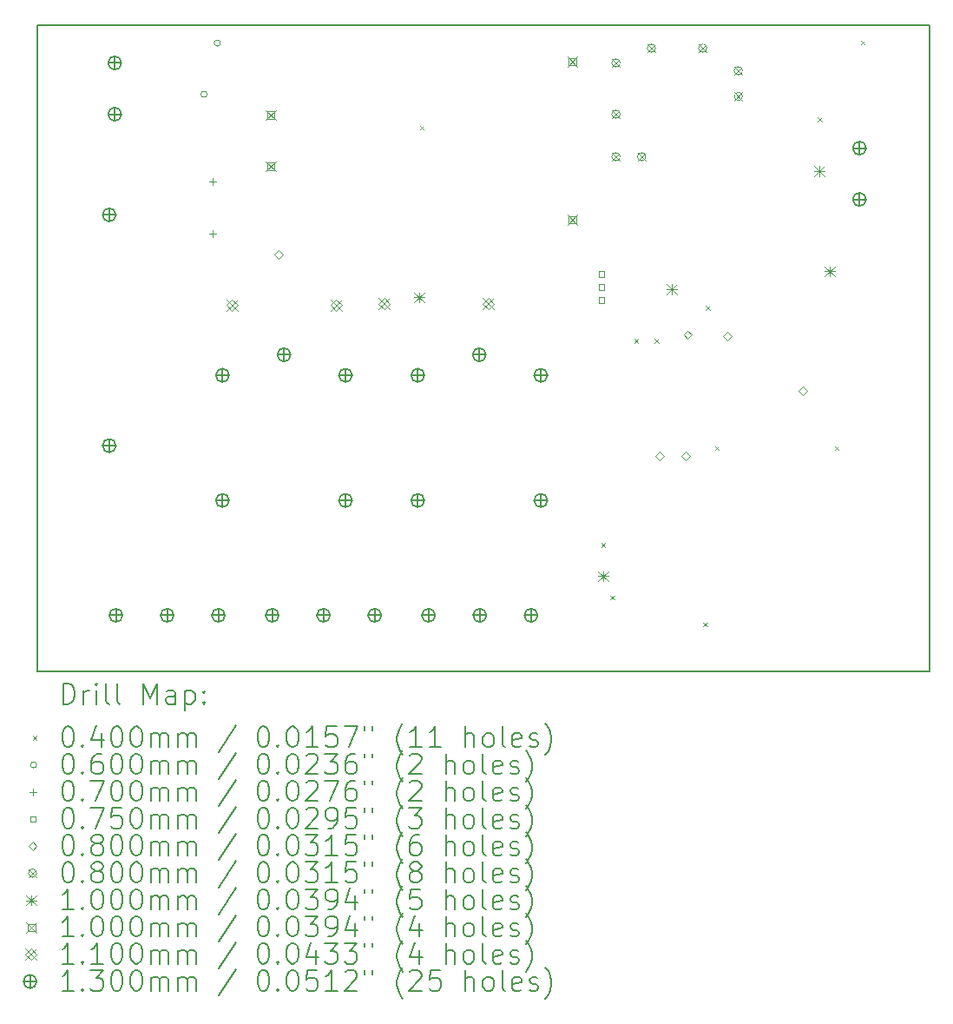
<source format=gbr>
%FSLAX45Y45*%
G04 Gerber Fmt 4.5, Leading zero omitted, Abs format (unit mm)*
G04 Created by KiCad (PCBNEW (6.0.1)) date 2022-01-24 21:37:40*
%MOMM*%
%LPD*%
G01*
G04 APERTURE LIST*
%TA.AperFunction,Profile*%
%ADD10C,0.150000*%
%TD*%
%ADD11C,0.200000*%
%ADD12C,0.040000*%
%ADD13C,0.060000*%
%ADD14C,0.070000*%
%ADD15C,0.075000*%
%ADD16C,0.080000*%
%ADD17C,0.100000*%
%ADD18C,0.110000*%
%ADD19C,0.130000*%
G04 APERTURE END LIST*
D10*
X18200000Y-14800000D02*
X9500000Y-14800000D01*
X9500000Y-8500000D02*
X18200000Y-8500000D01*
X18200000Y-8500000D02*
X18200000Y-14800000D01*
X9500000Y-14800000D02*
X9500000Y-8500000D01*
D11*
D12*
X13230000Y-9480000D02*
X13270000Y-9520000D01*
X13270000Y-9480000D02*
X13230000Y-9520000D01*
X15000000Y-13550000D02*
X15040000Y-13590000D01*
X15040000Y-13550000D02*
X15000000Y-13590000D01*
X15090000Y-14060000D02*
X15130000Y-14100000D01*
X15130000Y-14060000D02*
X15090000Y-14100000D01*
X15321600Y-11557828D02*
X15361600Y-11597828D01*
X15361600Y-11557828D02*
X15321600Y-11597828D01*
X15517180Y-11557828D02*
X15557180Y-11597828D01*
X15557180Y-11557828D02*
X15517180Y-11597828D01*
X15993430Y-14323888D02*
X16033430Y-14363888D01*
X16033430Y-14323888D02*
X15993430Y-14363888D01*
X16018576Y-11239820D02*
X16058576Y-11279820D01*
X16058576Y-11239820D02*
X16018576Y-11279820D01*
X16109000Y-12603800D02*
X16149000Y-12643800D01*
X16149000Y-12603800D02*
X16109000Y-12643800D01*
X17110000Y-9400000D02*
X17150000Y-9440000D01*
X17150000Y-9400000D02*
X17110000Y-9440000D01*
X17277400Y-12603800D02*
X17317400Y-12643800D01*
X17317400Y-12603800D02*
X17277400Y-12643800D01*
X17530000Y-8650000D02*
X17570000Y-8690000D01*
X17570000Y-8650000D02*
X17530000Y-8690000D01*
D13*
X11155000Y-9175000D02*
G75*
G03*
X11155000Y-9175000I-30000J0D01*
G01*
X11285000Y-8675000D02*
G75*
G03*
X11285000Y-8675000I-30000J0D01*
G01*
D14*
X11206500Y-9989900D02*
X11206500Y-10059900D01*
X11171500Y-10024900D02*
X11241500Y-10024900D01*
X11206500Y-10497900D02*
X11206500Y-10567900D01*
X11171500Y-10532900D02*
X11241500Y-10532900D01*
D15*
X15030317Y-10953117D02*
X15030317Y-10900083D01*
X14977283Y-10900083D01*
X14977283Y-10953117D01*
X15030317Y-10953117D01*
X15030317Y-11080117D02*
X15030317Y-11027083D01*
X14977283Y-11027083D01*
X14977283Y-11080117D01*
X15030317Y-11080117D01*
X15030317Y-11207117D02*
X15030317Y-11154083D01*
X14977283Y-11154083D01*
X14977283Y-11207117D01*
X15030317Y-11207117D01*
D16*
X11854200Y-10776100D02*
X11894200Y-10736100D01*
X11854200Y-10696100D01*
X11814200Y-10736100D01*
X11854200Y-10776100D01*
X15570200Y-12740000D02*
X15610200Y-12700000D01*
X15570200Y-12660000D01*
X15530200Y-12700000D01*
X15570200Y-12740000D01*
X15824200Y-12740000D02*
X15864200Y-12700000D01*
X15824200Y-12660000D01*
X15784200Y-12700000D01*
X15824200Y-12740000D01*
X15843250Y-11558900D02*
X15883250Y-11518900D01*
X15843250Y-11478900D01*
X15803250Y-11518900D01*
X15843250Y-11558900D01*
X16230600Y-11571600D02*
X16270600Y-11531600D01*
X16230600Y-11491600D01*
X16190600Y-11531600D01*
X16230600Y-11571600D01*
X16967200Y-12105000D02*
X17007200Y-12065000D01*
X16967200Y-12025000D01*
X16927200Y-12065000D01*
X16967200Y-12105000D01*
X15103500Y-8829200D02*
X15183500Y-8909200D01*
X15183500Y-8829200D02*
X15103500Y-8909200D01*
X15183500Y-8869200D02*
G75*
G03*
X15183500Y-8869200I-40000J0D01*
G01*
X15103500Y-9329200D02*
X15183500Y-9409200D01*
X15183500Y-9329200D02*
X15103500Y-9409200D01*
X15183500Y-9369200D02*
G75*
G03*
X15183500Y-9369200I-40000J0D01*
G01*
X15103500Y-9743600D02*
X15183500Y-9823600D01*
X15183500Y-9743600D02*
X15103500Y-9823600D01*
X15183500Y-9783600D02*
G75*
G03*
X15183500Y-9783600I-40000J0D01*
G01*
X15353500Y-9743600D02*
X15433500Y-9823600D01*
X15433500Y-9743600D02*
X15353500Y-9823600D01*
X15433500Y-9783600D02*
G75*
G03*
X15433500Y-9783600I-40000J0D01*
G01*
X15450000Y-8685000D02*
X15530000Y-8765000D01*
X15530000Y-8685000D02*
X15450000Y-8765000D01*
X15530000Y-8725000D02*
G75*
G03*
X15530000Y-8725000I-40000J0D01*
G01*
X15950000Y-8685000D02*
X16030000Y-8765000D01*
X16030000Y-8685000D02*
X15950000Y-8765000D01*
X16030000Y-8725000D02*
G75*
G03*
X16030000Y-8725000I-40000J0D01*
G01*
X16297300Y-8905400D02*
X16377300Y-8985400D01*
X16377300Y-8905400D02*
X16297300Y-8985400D01*
X16377300Y-8945400D02*
G75*
G03*
X16377300Y-8945400I-40000J0D01*
G01*
X16297300Y-9155400D02*
X16377300Y-9235400D01*
X16377300Y-9155400D02*
X16297300Y-9235400D01*
X16377300Y-9195400D02*
G75*
G03*
X16377300Y-9195400I-40000J0D01*
G01*
D17*
X13175800Y-11105200D02*
X13275800Y-11205200D01*
X13275800Y-11105200D02*
X13175800Y-11205200D01*
X13225800Y-11105200D02*
X13225800Y-11205200D01*
X13175800Y-11155200D02*
X13275800Y-11155200D01*
X14966500Y-13823000D02*
X15066500Y-13923000D01*
X15066500Y-13823000D02*
X14966500Y-13923000D01*
X15016500Y-13823000D02*
X15016500Y-13923000D01*
X14966500Y-13873000D02*
X15066500Y-13873000D01*
X15634500Y-11024400D02*
X15734500Y-11124400D01*
X15734500Y-11024400D02*
X15634500Y-11124400D01*
X15684500Y-11024400D02*
X15684500Y-11124400D01*
X15634500Y-11074400D02*
X15734500Y-11074400D01*
X17074700Y-9873300D02*
X17174700Y-9973300D01*
X17174700Y-9873300D02*
X17074700Y-9973300D01*
X17124700Y-9873300D02*
X17124700Y-9973300D01*
X17074700Y-9923300D02*
X17174700Y-9923300D01*
X17176300Y-10851200D02*
X17276300Y-10951200D01*
X17276300Y-10851200D02*
X17176300Y-10951200D01*
X17226300Y-10851200D02*
X17226300Y-10951200D01*
X17176300Y-10901200D02*
X17276300Y-10901200D01*
X11728000Y-9327200D02*
X11828000Y-9427200D01*
X11828000Y-9327200D02*
X11728000Y-9427200D01*
X11813356Y-9412556D02*
X11813356Y-9341844D01*
X11742644Y-9341844D01*
X11742644Y-9412556D01*
X11813356Y-9412556D01*
X11728000Y-9827200D02*
X11828000Y-9927200D01*
X11828000Y-9827200D02*
X11728000Y-9927200D01*
X11813356Y-9912556D02*
X11813356Y-9841844D01*
X11742644Y-9841844D01*
X11742644Y-9912556D01*
X11813356Y-9912556D01*
X14668000Y-8807200D02*
X14768000Y-8907200D01*
X14768000Y-8807200D02*
X14668000Y-8907200D01*
X14753356Y-8892556D02*
X14753356Y-8821844D01*
X14682644Y-8821844D01*
X14682644Y-8892556D01*
X14753356Y-8892556D01*
X14668000Y-10347200D02*
X14768000Y-10447200D01*
X14768000Y-10347200D02*
X14668000Y-10447200D01*
X14753356Y-10432556D02*
X14753356Y-10361844D01*
X14682644Y-10361844D01*
X14682644Y-10432556D01*
X14753356Y-10432556D01*
D18*
X11342000Y-11176400D02*
X11452000Y-11286400D01*
X11452000Y-11176400D02*
X11342000Y-11286400D01*
X11397000Y-11286400D02*
X11452000Y-11231400D01*
X11397000Y-11176400D01*
X11342000Y-11231400D01*
X11397000Y-11286400D01*
X12358000Y-11176400D02*
X12468000Y-11286400D01*
X12468000Y-11176400D02*
X12358000Y-11286400D01*
X12413000Y-11286400D02*
X12468000Y-11231400D01*
X12413000Y-11176400D01*
X12358000Y-11231400D01*
X12413000Y-11286400D01*
X12827900Y-11163700D02*
X12937900Y-11273700D01*
X12937900Y-11163700D02*
X12827900Y-11273700D01*
X12882900Y-11273700D02*
X12937900Y-11218700D01*
X12882900Y-11163700D01*
X12827900Y-11218700D01*
X12882900Y-11273700D01*
X13843900Y-11163700D02*
X13953900Y-11273700D01*
X13953900Y-11163700D02*
X13843900Y-11273700D01*
X13898900Y-11273700D02*
X13953900Y-11218700D01*
X13898900Y-11163700D01*
X13843900Y-11218700D01*
X13898900Y-11273700D01*
D19*
X10200000Y-10285000D02*
X10200000Y-10415000D01*
X10135000Y-10350000D02*
X10265000Y-10350000D01*
X10265000Y-10350000D02*
G75*
G03*
X10265000Y-10350000I-65000J0D01*
G01*
X10200000Y-12535000D02*
X10200000Y-12665000D01*
X10135000Y-12600000D02*
X10265000Y-12600000D01*
X10265000Y-12600000D02*
G75*
G03*
X10265000Y-12600000I-65000J0D01*
G01*
X10254000Y-8804200D02*
X10254000Y-8934200D01*
X10189000Y-8869200D02*
X10319000Y-8869200D01*
X10319000Y-8869200D02*
G75*
G03*
X10319000Y-8869200I-65000J0D01*
G01*
X10254000Y-9304200D02*
X10254000Y-9434200D01*
X10189000Y-9369200D02*
X10319000Y-9369200D01*
X10319000Y-9369200D02*
G75*
G03*
X10319000Y-9369200I-65000J0D01*
G01*
X10265000Y-14189000D02*
X10265000Y-14319000D01*
X10200000Y-14254000D02*
X10330000Y-14254000D01*
X10330000Y-14254000D02*
G75*
G03*
X10330000Y-14254000I-65000J0D01*
G01*
X10765000Y-14189000D02*
X10765000Y-14319000D01*
X10700000Y-14254000D02*
X10830000Y-14254000D01*
X10830000Y-14254000D02*
G75*
G03*
X10830000Y-14254000I-65000J0D01*
G01*
X11265000Y-14189000D02*
X11265000Y-14319000D01*
X11200000Y-14254000D02*
X11330000Y-14254000D01*
X11330000Y-14254000D02*
G75*
G03*
X11330000Y-14254000I-65000J0D01*
G01*
X11305000Y-11849000D02*
X11305000Y-11979000D01*
X11240000Y-11914000D02*
X11370000Y-11914000D01*
X11370000Y-11914000D02*
G75*
G03*
X11370000Y-11914000I-65000J0D01*
G01*
X11305000Y-13069000D02*
X11305000Y-13199000D01*
X11240000Y-13134000D02*
X11370000Y-13134000D01*
X11370000Y-13134000D02*
G75*
G03*
X11370000Y-13134000I-65000J0D01*
G01*
X11789850Y-14189000D02*
X11789850Y-14319000D01*
X11724850Y-14254000D02*
X11854850Y-14254000D01*
X11854850Y-14254000D02*
G75*
G03*
X11854850Y-14254000I-65000J0D01*
G01*
X11905000Y-11649000D02*
X11905000Y-11779000D01*
X11840000Y-11714000D02*
X11970000Y-11714000D01*
X11970000Y-11714000D02*
G75*
G03*
X11970000Y-11714000I-65000J0D01*
G01*
X12289850Y-14189000D02*
X12289850Y-14319000D01*
X12224850Y-14254000D02*
X12354850Y-14254000D01*
X12354850Y-14254000D02*
G75*
G03*
X12354850Y-14254000I-65000J0D01*
G01*
X12505000Y-11849000D02*
X12505000Y-11979000D01*
X12440000Y-11914000D02*
X12570000Y-11914000D01*
X12570000Y-11914000D02*
G75*
G03*
X12570000Y-11914000I-65000J0D01*
G01*
X12505000Y-13069000D02*
X12505000Y-13199000D01*
X12440000Y-13134000D02*
X12570000Y-13134000D01*
X12570000Y-13134000D02*
G75*
G03*
X12570000Y-13134000I-65000J0D01*
G01*
X12789850Y-14189000D02*
X12789850Y-14319000D01*
X12724850Y-14254000D02*
X12854850Y-14254000D01*
X12854850Y-14254000D02*
G75*
G03*
X12854850Y-14254000I-65000J0D01*
G01*
X13210000Y-11849000D02*
X13210000Y-11979000D01*
X13145000Y-11914000D02*
X13275000Y-11914000D01*
X13275000Y-11914000D02*
G75*
G03*
X13275000Y-11914000I-65000J0D01*
G01*
X13210000Y-13069000D02*
X13210000Y-13199000D01*
X13145000Y-13134000D02*
X13275000Y-13134000D01*
X13275000Y-13134000D02*
G75*
G03*
X13275000Y-13134000I-65000J0D01*
G01*
X13314700Y-14189000D02*
X13314700Y-14319000D01*
X13249700Y-14254000D02*
X13379700Y-14254000D01*
X13379700Y-14254000D02*
G75*
G03*
X13379700Y-14254000I-65000J0D01*
G01*
X13810000Y-11649000D02*
X13810000Y-11779000D01*
X13745000Y-11714000D02*
X13875000Y-11714000D01*
X13875000Y-11714000D02*
G75*
G03*
X13875000Y-11714000I-65000J0D01*
G01*
X13814700Y-14189000D02*
X13814700Y-14319000D01*
X13749700Y-14254000D02*
X13879700Y-14254000D01*
X13879700Y-14254000D02*
G75*
G03*
X13879700Y-14254000I-65000J0D01*
G01*
X14314700Y-14189000D02*
X14314700Y-14319000D01*
X14249700Y-14254000D02*
X14379700Y-14254000D01*
X14379700Y-14254000D02*
G75*
G03*
X14379700Y-14254000I-65000J0D01*
G01*
X14410000Y-11849000D02*
X14410000Y-11979000D01*
X14345000Y-11914000D02*
X14475000Y-11914000D01*
X14475000Y-11914000D02*
G75*
G03*
X14475000Y-11914000I-65000J0D01*
G01*
X14410000Y-13069000D02*
X14410000Y-13199000D01*
X14345000Y-13134000D02*
X14475000Y-13134000D01*
X14475000Y-13134000D02*
G75*
G03*
X14475000Y-13134000I-65000J0D01*
G01*
X17518400Y-9635000D02*
X17518400Y-9765000D01*
X17453400Y-9700000D02*
X17583400Y-9700000D01*
X17583400Y-9700000D02*
G75*
G03*
X17583400Y-9700000I-65000J0D01*
G01*
X17518400Y-10135000D02*
X17518400Y-10265000D01*
X17453400Y-10200000D02*
X17583400Y-10200000D01*
X17583400Y-10200000D02*
G75*
G03*
X17583400Y-10200000I-65000J0D01*
G01*
D11*
X9750119Y-15117976D02*
X9750119Y-14917976D01*
X9797738Y-14917976D01*
X9826310Y-14927500D01*
X9845357Y-14946548D01*
X9854881Y-14965595D01*
X9864405Y-15003690D01*
X9864405Y-15032262D01*
X9854881Y-15070357D01*
X9845357Y-15089405D01*
X9826310Y-15108452D01*
X9797738Y-15117976D01*
X9750119Y-15117976D01*
X9950119Y-15117976D02*
X9950119Y-14984643D01*
X9950119Y-15022738D02*
X9959643Y-15003690D01*
X9969167Y-14994167D01*
X9988214Y-14984643D01*
X10007262Y-14984643D01*
X10073929Y-15117976D02*
X10073929Y-14984643D01*
X10073929Y-14917976D02*
X10064405Y-14927500D01*
X10073929Y-14937024D01*
X10083452Y-14927500D01*
X10073929Y-14917976D01*
X10073929Y-14937024D01*
X10197738Y-15117976D02*
X10178690Y-15108452D01*
X10169167Y-15089405D01*
X10169167Y-14917976D01*
X10302500Y-15117976D02*
X10283452Y-15108452D01*
X10273929Y-15089405D01*
X10273929Y-14917976D01*
X10531071Y-15117976D02*
X10531071Y-14917976D01*
X10597738Y-15060833D01*
X10664405Y-14917976D01*
X10664405Y-15117976D01*
X10845357Y-15117976D02*
X10845357Y-15013214D01*
X10835833Y-14994167D01*
X10816786Y-14984643D01*
X10778690Y-14984643D01*
X10759643Y-14994167D01*
X10845357Y-15108452D02*
X10826310Y-15117976D01*
X10778690Y-15117976D01*
X10759643Y-15108452D01*
X10750119Y-15089405D01*
X10750119Y-15070357D01*
X10759643Y-15051309D01*
X10778690Y-15041786D01*
X10826310Y-15041786D01*
X10845357Y-15032262D01*
X10940595Y-14984643D02*
X10940595Y-15184643D01*
X10940595Y-14994167D02*
X10959643Y-14984643D01*
X10997738Y-14984643D01*
X11016786Y-14994167D01*
X11026310Y-15003690D01*
X11035833Y-15022738D01*
X11035833Y-15079881D01*
X11026310Y-15098928D01*
X11016786Y-15108452D01*
X10997738Y-15117976D01*
X10959643Y-15117976D01*
X10940595Y-15108452D01*
X11121548Y-15098928D02*
X11131071Y-15108452D01*
X11121548Y-15117976D01*
X11112024Y-15108452D01*
X11121548Y-15098928D01*
X11121548Y-15117976D01*
X11121548Y-14994167D02*
X11131071Y-15003690D01*
X11121548Y-15013214D01*
X11112024Y-15003690D01*
X11121548Y-14994167D01*
X11121548Y-15013214D01*
D12*
X9452500Y-15427500D02*
X9492500Y-15467500D01*
X9492500Y-15427500D02*
X9452500Y-15467500D01*
D11*
X9788214Y-15337976D02*
X9807262Y-15337976D01*
X9826310Y-15347500D01*
X9835833Y-15357024D01*
X9845357Y-15376071D01*
X9854881Y-15414167D01*
X9854881Y-15461786D01*
X9845357Y-15499881D01*
X9835833Y-15518928D01*
X9826310Y-15528452D01*
X9807262Y-15537976D01*
X9788214Y-15537976D01*
X9769167Y-15528452D01*
X9759643Y-15518928D01*
X9750119Y-15499881D01*
X9740595Y-15461786D01*
X9740595Y-15414167D01*
X9750119Y-15376071D01*
X9759643Y-15357024D01*
X9769167Y-15347500D01*
X9788214Y-15337976D01*
X9940595Y-15518928D02*
X9950119Y-15528452D01*
X9940595Y-15537976D01*
X9931071Y-15528452D01*
X9940595Y-15518928D01*
X9940595Y-15537976D01*
X10121548Y-15404643D02*
X10121548Y-15537976D01*
X10073929Y-15328452D02*
X10026310Y-15471309D01*
X10150119Y-15471309D01*
X10264405Y-15337976D02*
X10283452Y-15337976D01*
X10302500Y-15347500D01*
X10312024Y-15357024D01*
X10321548Y-15376071D01*
X10331071Y-15414167D01*
X10331071Y-15461786D01*
X10321548Y-15499881D01*
X10312024Y-15518928D01*
X10302500Y-15528452D01*
X10283452Y-15537976D01*
X10264405Y-15537976D01*
X10245357Y-15528452D01*
X10235833Y-15518928D01*
X10226310Y-15499881D01*
X10216786Y-15461786D01*
X10216786Y-15414167D01*
X10226310Y-15376071D01*
X10235833Y-15357024D01*
X10245357Y-15347500D01*
X10264405Y-15337976D01*
X10454881Y-15337976D02*
X10473929Y-15337976D01*
X10492976Y-15347500D01*
X10502500Y-15357024D01*
X10512024Y-15376071D01*
X10521548Y-15414167D01*
X10521548Y-15461786D01*
X10512024Y-15499881D01*
X10502500Y-15518928D01*
X10492976Y-15528452D01*
X10473929Y-15537976D01*
X10454881Y-15537976D01*
X10435833Y-15528452D01*
X10426310Y-15518928D01*
X10416786Y-15499881D01*
X10407262Y-15461786D01*
X10407262Y-15414167D01*
X10416786Y-15376071D01*
X10426310Y-15357024D01*
X10435833Y-15347500D01*
X10454881Y-15337976D01*
X10607262Y-15537976D02*
X10607262Y-15404643D01*
X10607262Y-15423690D02*
X10616786Y-15414167D01*
X10635833Y-15404643D01*
X10664405Y-15404643D01*
X10683452Y-15414167D01*
X10692976Y-15433214D01*
X10692976Y-15537976D01*
X10692976Y-15433214D02*
X10702500Y-15414167D01*
X10721548Y-15404643D01*
X10750119Y-15404643D01*
X10769167Y-15414167D01*
X10778690Y-15433214D01*
X10778690Y-15537976D01*
X10873929Y-15537976D02*
X10873929Y-15404643D01*
X10873929Y-15423690D02*
X10883452Y-15414167D01*
X10902500Y-15404643D01*
X10931071Y-15404643D01*
X10950119Y-15414167D01*
X10959643Y-15433214D01*
X10959643Y-15537976D01*
X10959643Y-15433214D02*
X10969167Y-15414167D01*
X10988214Y-15404643D01*
X11016786Y-15404643D01*
X11035833Y-15414167D01*
X11045357Y-15433214D01*
X11045357Y-15537976D01*
X11435833Y-15328452D02*
X11264405Y-15585595D01*
X11692976Y-15337976D02*
X11712024Y-15337976D01*
X11731071Y-15347500D01*
X11740595Y-15357024D01*
X11750119Y-15376071D01*
X11759643Y-15414167D01*
X11759643Y-15461786D01*
X11750119Y-15499881D01*
X11740595Y-15518928D01*
X11731071Y-15528452D01*
X11712024Y-15537976D01*
X11692976Y-15537976D01*
X11673928Y-15528452D01*
X11664405Y-15518928D01*
X11654881Y-15499881D01*
X11645357Y-15461786D01*
X11645357Y-15414167D01*
X11654881Y-15376071D01*
X11664405Y-15357024D01*
X11673928Y-15347500D01*
X11692976Y-15337976D01*
X11845357Y-15518928D02*
X11854881Y-15528452D01*
X11845357Y-15537976D01*
X11835833Y-15528452D01*
X11845357Y-15518928D01*
X11845357Y-15537976D01*
X11978690Y-15337976D02*
X11997738Y-15337976D01*
X12016786Y-15347500D01*
X12026309Y-15357024D01*
X12035833Y-15376071D01*
X12045357Y-15414167D01*
X12045357Y-15461786D01*
X12035833Y-15499881D01*
X12026309Y-15518928D01*
X12016786Y-15528452D01*
X11997738Y-15537976D01*
X11978690Y-15537976D01*
X11959643Y-15528452D01*
X11950119Y-15518928D01*
X11940595Y-15499881D01*
X11931071Y-15461786D01*
X11931071Y-15414167D01*
X11940595Y-15376071D01*
X11950119Y-15357024D01*
X11959643Y-15347500D01*
X11978690Y-15337976D01*
X12235833Y-15537976D02*
X12121548Y-15537976D01*
X12178690Y-15537976D02*
X12178690Y-15337976D01*
X12159643Y-15366548D01*
X12140595Y-15385595D01*
X12121548Y-15395119D01*
X12416786Y-15337976D02*
X12321548Y-15337976D01*
X12312024Y-15433214D01*
X12321548Y-15423690D01*
X12340595Y-15414167D01*
X12388214Y-15414167D01*
X12407262Y-15423690D01*
X12416786Y-15433214D01*
X12426309Y-15452262D01*
X12426309Y-15499881D01*
X12416786Y-15518928D01*
X12407262Y-15528452D01*
X12388214Y-15537976D01*
X12340595Y-15537976D01*
X12321548Y-15528452D01*
X12312024Y-15518928D01*
X12492976Y-15337976D02*
X12626309Y-15337976D01*
X12540595Y-15537976D01*
X12692976Y-15337976D02*
X12692976Y-15376071D01*
X12769167Y-15337976D02*
X12769167Y-15376071D01*
X13064405Y-15614167D02*
X13054881Y-15604643D01*
X13035833Y-15576071D01*
X13026309Y-15557024D01*
X13016786Y-15528452D01*
X13007262Y-15480833D01*
X13007262Y-15442738D01*
X13016786Y-15395119D01*
X13026309Y-15366548D01*
X13035833Y-15347500D01*
X13054881Y-15318928D01*
X13064405Y-15309405D01*
X13245357Y-15537976D02*
X13131071Y-15537976D01*
X13188214Y-15537976D02*
X13188214Y-15337976D01*
X13169167Y-15366548D01*
X13150119Y-15385595D01*
X13131071Y-15395119D01*
X13435833Y-15537976D02*
X13321548Y-15537976D01*
X13378690Y-15537976D02*
X13378690Y-15337976D01*
X13359643Y-15366548D01*
X13340595Y-15385595D01*
X13321548Y-15395119D01*
X13673928Y-15537976D02*
X13673928Y-15337976D01*
X13759643Y-15537976D02*
X13759643Y-15433214D01*
X13750119Y-15414167D01*
X13731071Y-15404643D01*
X13702500Y-15404643D01*
X13683452Y-15414167D01*
X13673928Y-15423690D01*
X13883452Y-15537976D02*
X13864405Y-15528452D01*
X13854881Y-15518928D01*
X13845357Y-15499881D01*
X13845357Y-15442738D01*
X13854881Y-15423690D01*
X13864405Y-15414167D01*
X13883452Y-15404643D01*
X13912024Y-15404643D01*
X13931071Y-15414167D01*
X13940595Y-15423690D01*
X13950119Y-15442738D01*
X13950119Y-15499881D01*
X13940595Y-15518928D01*
X13931071Y-15528452D01*
X13912024Y-15537976D01*
X13883452Y-15537976D01*
X14064405Y-15537976D02*
X14045357Y-15528452D01*
X14035833Y-15509405D01*
X14035833Y-15337976D01*
X14216786Y-15528452D02*
X14197738Y-15537976D01*
X14159643Y-15537976D01*
X14140595Y-15528452D01*
X14131071Y-15509405D01*
X14131071Y-15433214D01*
X14140595Y-15414167D01*
X14159643Y-15404643D01*
X14197738Y-15404643D01*
X14216786Y-15414167D01*
X14226309Y-15433214D01*
X14226309Y-15452262D01*
X14131071Y-15471309D01*
X14302500Y-15528452D02*
X14321548Y-15537976D01*
X14359643Y-15537976D01*
X14378690Y-15528452D01*
X14388214Y-15509405D01*
X14388214Y-15499881D01*
X14378690Y-15480833D01*
X14359643Y-15471309D01*
X14331071Y-15471309D01*
X14312024Y-15461786D01*
X14302500Y-15442738D01*
X14302500Y-15433214D01*
X14312024Y-15414167D01*
X14331071Y-15404643D01*
X14359643Y-15404643D01*
X14378690Y-15414167D01*
X14454881Y-15614167D02*
X14464405Y-15604643D01*
X14483452Y-15576071D01*
X14492976Y-15557024D01*
X14502500Y-15528452D01*
X14512024Y-15480833D01*
X14512024Y-15442738D01*
X14502500Y-15395119D01*
X14492976Y-15366548D01*
X14483452Y-15347500D01*
X14464405Y-15318928D01*
X14454881Y-15309405D01*
D13*
X9492500Y-15711500D02*
G75*
G03*
X9492500Y-15711500I-30000J0D01*
G01*
D11*
X9788214Y-15601976D02*
X9807262Y-15601976D01*
X9826310Y-15611500D01*
X9835833Y-15621024D01*
X9845357Y-15640071D01*
X9854881Y-15678167D01*
X9854881Y-15725786D01*
X9845357Y-15763881D01*
X9835833Y-15782928D01*
X9826310Y-15792452D01*
X9807262Y-15801976D01*
X9788214Y-15801976D01*
X9769167Y-15792452D01*
X9759643Y-15782928D01*
X9750119Y-15763881D01*
X9740595Y-15725786D01*
X9740595Y-15678167D01*
X9750119Y-15640071D01*
X9759643Y-15621024D01*
X9769167Y-15611500D01*
X9788214Y-15601976D01*
X9940595Y-15782928D02*
X9950119Y-15792452D01*
X9940595Y-15801976D01*
X9931071Y-15792452D01*
X9940595Y-15782928D01*
X9940595Y-15801976D01*
X10121548Y-15601976D02*
X10083452Y-15601976D01*
X10064405Y-15611500D01*
X10054881Y-15621024D01*
X10035833Y-15649595D01*
X10026310Y-15687690D01*
X10026310Y-15763881D01*
X10035833Y-15782928D01*
X10045357Y-15792452D01*
X10064405Y-15801976D01*
X10102500Y-15801976D01*
X10121548Y-15792452D01*
X10131071Y-15782928D01*
X10140595Y-15763881D01*
X10140595Y-15716262D01*
X10131071Y-15697214D01*
X10121548Y-15687690D01*
X10102500Y-15678167D01*
X10064405Y-15678167D01*
X10045357Y-15687690D01*
X10035833Y-15697214D01*
X10026310Y-15716262D01*
X10264405Y-15601976D02*
X10283452Y-15601976D01*
X10302500Y-15611500D01*
X10312024Y-15621024D01*
X10321548Y-15640071D01*
X10331071Y-15678167D01*
X10331071Y-15725786D01*
X10321548Y-15763881D01*
X10312024Y-15782928D01*
X10302500Y-15792452D01*
X10283452Y-15801976D01*
X10264405Y-15801976D01*
X10245357Y-15792452D01*
X10235833Y-15782928D01*
X10226310Y-15763881D01*
X10216786Y-15725786D01*
X10216786Y-15678167D01*
X10226310Y-15640071D01*
X10235833Y-15621024D01*
X10245357Y-15611500D01*
X10264405Y-15601976D01*
X10454881Y-15601976D02*
X10473929Y-15601976D01*
X10492976Y-15611500D01*
X10502500Y-15621024D01*
X10512024Y-15640071D01*
X10521548Y-15678167D01*
X10521548Y-15725786D01*
X10512024Y-15763881D01*
X10502500Y-15782928D01*
X10492976Y-15792452D01*
X10473929Y-15801976D01*
X10454881Y-15801976D01*
X10435833Y-15792452D01*
X10426310Y-15782928D01*
X10416786Y-15763881D01*
X10407262Y-15725786D01*
X10407262Y-15678167D01*
X10416786Y-15640071D01*
X10426310Y-15621024D01*
X10435833Y-15611500D01*
X10454881Y-15601976D01*
X10607262Y-15801976D02*
X10607262Y-15668643D01*
X10607262Y-15687690D02*
X10616786Y-15678167D01*
X10635833Y-15668643D01*
X10664405Y-15668643D01*
X10683452Y-15678167D01*
X10692976Y-15697214D01*
X10692976Y-15801976D01*
X10692976Y-15697214D02*
X10702500Y-15678167D01*
X10721548Y-15668643D01*
X10750119Y-15668643D01*
X10769167Y-15678167D01*
X10778690Y-15697214D01*
X10778690Y-15801976D01*
X10873929Y-15801976D02*
X10873929Y-15668643D01*
X10873929Y-15687690D02*
X10883452Y-15678167D01*
X10902500Y-15668643D01*
X10931071Y-15668643D01*
X10950119Y-15678167D01*
X10959643Y-15697214D01*
X10959643Y-15801976D01*
X10959643Y-15697214D02*
X10969167Y-15678167D01*
X10988214Y-15668643D01*
X11016786Y-15668643D01*
X11035833Y-15678167D01*
X11045357Y-15697214D01*
X11045357Y-15801976D01*
X11435833Y-15592452D02*
X11264405Y-15849595D01*
X11692976Y-15601976D02*
X11712024Y-15601976D01*
X11731071Y-15611500D01*
X11740595Y-15621024D01*
X11750119Y-15640071D01*
X11759643Y-15678167D01*
X11759643Y-15725786D01*
X11750119Y-15763881D01*
X11740595Y-15782928D01*
X11731071Y-15792452D01*
X11712024Y-15801976D01*
X11692976Y-15801976D01*
X11673928Y-15792452D01*
X11664405Y-15782928D01*
X11654881Y-15763881D01*
X11645357Y-15725786D01*
X11645357Y-15678167D01*
X11654881Y-15640071D01*
X11664405Y-15621024D01*
X11673928Y-15611500D01*
X11692976Y-15601976D01*
X11845357Y-15782928D02*
X11854881Y-15792452D01*
X11845357Y-15801976D01*
X11835833Y-15792452D01*
X11845357Y-15782928D01*
X11845357Y-15801976D01*
X11978690Y-15601976D02*
X11997738Y-15601976D01*
X12016786Y-15611500D01*
X12026309Y-15621024D01*
X12035833Y-15640071D01*
X12045357Y-15678167D01*
X12045357Y-15725786D01*
X12035833Y-15763881D01*
X12026309Y-15782928D01*
X12016786Y-15792452D01*
X11997738Y-15801976D01*
X11978690Y-15801976D01*
X11959643Y-15792452D01*
X11950119Y-15782928D01*
X11940595Y-15763881D01*
X11931071Y-15725786D01*
X11931071Y-15678167D01*
X11940595Y-15640071D01*
X11950119Y-15621024D01*
X11959643Y-15611500D01*
X11978690Y-15601976D01*
X12121548Y-15621024D02*
X12131071Y-15611500D01*
X12150119Y-15601976D01*
X12197738Y-15601976D01*
X12216786Y-15611500D01*
X12226309Y-15621024D01*
X12235833Y-15640071D01*
X12235833Y-15659119D01*
X12226309Y-15687690D01*
X12112024Y-15801976D01*
X12235833Y-15801976D01*
X12302500Y-15601976D02*
X12426309Y-15601976D01*
X12359643Y-15678167D01*
X12388214Y-15678167D01*
X12407262Y-15687690D01*
X12416786Y-15697214D01*
X12426309Y-15716262D01*
X12426309Y-15763881D01*
X12416786Y-15782928D01*
X12407262Y-15792452D01*
X12388214Y-15801976D01*
X12331071Y-15801976D01*
X12312024Y-15792452D01*
X12302500Y-15782928D01*
X12597738Y-15601976D02*
X12559643Y-15601976D01*
X12540595Y-15611500D01*
X12531071Y-15621024D01*
X12512024Y-15649595D01*
X12502500Y-15687690D01*
X12502500Y-15763881D01*
X12512024Y-15782928D01*
X12521548Y-15792452D01*
X12540595Y-15801976D01*
X12578690Y-15801976D01*
X12597738Y-15792452D01*
X12607262Y-15782928D01*
X12616786Y-15763881D01*
X12616786Y-15716262D01*
X12607262Y-15697214D01*
X12597738Y-15687690D01*
X12578690Y-15678167D01*
X12540595Y-15678167D01*
X12521548Y-15687690D01*
X12512024Y-15697214D01*
X12502500Y-15716262D01*
X12692976Y-15601976D02*
X12692976Y-15640071D01*
X12769167Y-15601976D02*
X12769167Y-15640071D01*
X13064405Y-15878167D02*
X13054881Y-15868643D01*
X13035833Y-15840071D01*
X13026309Y-15821024D01*
X13016786Y-15792452D01*
X13007262Y-15744833D01*
X13007262Y-15706738D01*
X13016786Y-15659119D01*
X13026309Y-15630548D01*
X13035833Y-15611500D01*
X13054881Y-15582928D01*
X13064405Y-15573405D01*
X13131071Y-15621024D02*
X13140595Y-15611500D01*
X13159643Y-15601976D01*
X13207262Y-15601976D01*
X13226309Y-15611500D01*
X13235833Y-15621024D01*
X13245357Y-15640071D01*
X13245357Y-15659119D01*
X13235833Y-15687690D01*
X13121548Y-15801976D01*
X13245357Y-15801976D01*
X13483452Y-15801976D02*
X13483452Y-15601976D01*
X13569167Y-15801976D02*
X13569167Y-15697214D01*
X13559643Y-15678167D01*
X13540595Y-15668643D01*
X13512024Y-15668643D01*
X13492976Y-15678167D01*
X13483452Y-15687690D01*
X13692976Y-15801976D02*
X13673928Y-15792452D01*
X13664405Y-15782928D01*
X13654881Y-15763881D01*
X13654881Y-15706738D01*
X13664405Y-15687690D01*
X13673928Y-15678167D01*
X13692976Y-15668643D01*
X13721548Y-15668643D01*
X13740595Y-15678167D01*
X13750119Y-15687690D01*
X13759643Y-15706738D01*
X13759643Y-15763881D01*
X13750119Y-15782928D01*
X13740595Y-15792452D01*
X13721548Y-15801976D01*
X13692976Y-15801976D01*
X13873928Y-15801976D02*
X13854881Y-15792452D01*
X13845357Y-15773405D01*
X13845357Y-15601976D01*
X14026309Y-15792452D02*
X14007262Y-15801976D01*
X13969167Y-15801976D01*
X13950119Y-15792452D01*
X13940595Y-15773405D01*
X13940595Y-15697214D01*
X13950119Y-15678167D01*
X13969167Y-15668643D01*
X14007262Y-15668643D01*
X14026309Y-15678167D01*
X14035833Y-15697214D01*
X14035833Y-15716262D01*
X13940595Y-15735309D01*
X14112024Y-15792452D02*
X14131071Y-15801976D01*
X14169167Y-15801976D01*
X14188214Y-15792452D01*
X14197738Y-15773405D01*
X14197738Y-15763881D01*
X14188214Y-15744833D01*
X14169167Y-15735309D01*
X14140595Y-15735309D01*
X14121548Y-15725786D01*
X14112024Y-15706738D01*
X14112024Y-15697214D01*
X14121548Y-15678167D01*
X14140595Y-15668643D01*
X14169167Y-15668643D01*
X14188214Y-15678167D01*
X14264405Y-15878167D02*
X14273928Y-15868643D01*
X14292976Y-15840071D01*
X14302500Y-15821024D01*
X14312024Y-15792452D01*
X14321548Y-15744833D01*
X14321548Y-15706738D01*
X14312024Y-15659119D01*
X14302500Y-15630548D01*
X14292976Y-15611500D01*
X14273928Y-15582928D01*
X14264405Y-15573405D01*
D14*
X9457500Y-15940500D02*
X9457500Y-16010500D01*
X9422500Y-15975500D02*
X9492500Y-15975500D01*
D11*
X9788214Y-15865976D02*
X9807262Y-15865976D01*
X9826310Y-15875500D01*
X9835833Y-15885024D01*
X9845357Y-15904071D01*
X9854881Y-15942167D01*
X9854881Y-15989786D01*
X9845357Y-16027881D01*
X9835833Y-16046928D01*
X9826310Y-16056452D01*
X9807262Y-16065976D01*
X9788214Y-16065976D01*
X9769167Y-16056452D01*
X9759643Y-16046928D01*
X9750119Y-16027881D01*
X9740595Y-15989786D01*
X9740595Y-15942167D01*
X9750119Y-15904071D01*
X9759643Y-15885024D01*
X9769167Y-15875500D01*
X9788214Y-15865976D01*
X9940595Y-16046928D02*
X9950119Y-16056452D01*
X9940595Y-16065976D01*
X9931071Y-16056452D01*
X9940595Y-16046928D01*
X9940595Y-16065976D01*
X10016786Y-15865976D02*
X10150119Y-15865976D01*
X10064405Y-16065976D01*
X10264405Y-15865976D02*
X10283452Y-15865976D01*
X10302500Y-15875500D01*
X10312024Y-15885024D01*
X10321548Y-15904071D01*
X10331071Y-15942167D01*
X10331071Y-15989786D01*
X10321548Y-16027881D01*
X10312024Y-16046928D01*
X10302500Y-16056452D01*
X10283452Y-16065976D01*
X10264405Y-16065976D01*
X10245357Y-16056452D01*
X10235833Y-16046928D01*
X10226310Y-16027881D01*
X10216786Y-15989786D01*
X10216786Y-15942167D01*
X10226310Y-15904071D01*
X10235833Y-15885024D01*
X10245357Y-15875500D01*
X10264405Y-15865976D01*
X10454881Y-15865976D02*
X10473929Y-15865976D01*
X10492976Y-15875500D01*
X10502500Y-15885024D01*
X10512024Y-15904071D01*
X10521548Y-15942167D01*
X10521548Y-15989786D01*
X10512024Y-16027881D01*
X10502500Y-16046928D01*
X10492976Y-16056452D01*
X10473929Y-16065976D01*
X10454881Y-16065976D01*
X10435833Y-16056452D01*
X10426310Y-16046928D01*
X10416786Y-16027881D01*
X10407262Y-15989786D01*
X10407262Y-15942167D01*
X10416786Y-15904071D01*
X10426310Y-15885024D01*
X10435833Y-15875500D01*
X10454881Y-15865976D01*
X10607262Y-16065976D02*
X10607262Y-15932643D01*
X10607262Y-15951690D02*
X10616786Y-15942167D01*
X10635833Y-15932643D01*
X10664405Y-15932643D01*
X10683452Y-15942167D01*
X10692976Y-15961214D01*
X10692976Y-16065976D01*
X10692976Y-15961214D02*
X10702500Y-15942167D01*
X10721548Y-15932643D01*
X10750119Y-15932643D01*
X10769167Y-15942167D01*
X10778690Y-15961214D01*
X10778690Y-16065976D01*
X10873929Y-16065976D02*
X10873929Y-15932643D01*
X10873929Y-15951690D02*
X10883452Y-15942167D01*
X10902500Y-15932643D01*
X10931071Y-15932643D01*
X10950119Y-15942167D01*
X10959643Y-15961214D01*
X10959643Y-16065976D01*
X10959643Y-15961214D02*
X10969167Y-15942167D01*
X10988214Y-15932643D01*
X11016786Y-15932643D01*
X11035833Y-15942167D01*
X11045357Y-15961214D01*
X11045357Y-16065976D01*
X11435833Y-15856452D02*
X11264405Y-16113595D01*
X11692976Y-15865976D02*
X11712024Y-15865976D01*
X11731071Y-15875500D01*
X11740595Y-15885024D01*
X11750119Y-15904071D01*
X11759643Y-15942167D01*
X11759643Y-15989786D01*
X11750119Y-16027881D01*
X11740595Y-16046928D01*
X11731071Y-16056452D01*
X11712024Y-16065976D01*
X11692976Y-16065976D01*
X11673928Y-16056452D01*
X11664405Y-16046928D01*
X11654881Y-16027881D01*
X11645357Y-15989786D01*
X11645357Y-15942167D01*
X11654881Y-15904071D01*
X11664405Y-15885024D01*
X11673928Y-15875500D01*
X11692976Y-15865976D01*
X11845357Y-16046928D02*
X11854881Y-16056452D01*
X11845357Y-16065976D01*
X11835833Y-16056452D01*
X11845357Y-16046928D01*
X11845357Y-16065976D01*
X11978690Y-15865976D02*
X11997738Y-15865976D01*
X12016786Y-15875500D01*
X12026309Y-15885024D01*
X12035833Y-15904071D01*
X12045357Y-15942167D01*
X12045357Y-15989786D01*
X12035833Y-16027881D01*
X12026309Y-16046928D01*
X12016786Y-16056452D01*
X11997738Y-16065976D01*
X11978690Y-16065976D01*
X11959643Y-16056452D01*
X11950119Y-16046928D01*
X11940595Y-16027881D01*
X11931071Y-15989786D01*
X11931071Y-15942167D01*
X11940595Y-15904071D01*
X11950119Y-15885024D01*
X11959643Y-15875500D01*
X11978690Y-15865976D01*
X12121548Y-15885024D02*
X12131071Y-15875500D01*
X12150119Y-15865976D01*
X12197738Y-15865976D01*
X12216786Y-15875500D01*
X12226309Y-15885024D01*
X12235833Y-15904071D01*
X12235833Y-15923119D01*
X12226309Y-15951690D01*
X12112024Y-16065976D01*
X12235833Y-16065976D01*
X12302500Y-15865976D02*
X12435833Y-15865976D01*
X12350119Y-16065976D01*
X12597738Y-15865976D02*
X12559643Y-15865976D01*
X12540595Y-15875500D01*
X12531071Y-15885024D01*
X12512024Y-15913595D01*
X12502500Y-15951690D01*
X12502500Y-16027881D01*
X12512024Y-16046928D01*
X12521548Y-16056452D01*
X12540595Y-16065976D01*
X12578690Y-16065976D01*
X12597738Y-16056452D01*
X12607262Y-16046928D01*
X12616786Y-16027881D01*
X12616786Y-15980262D01*
X12607262Y-15961214D01*
X12597738Y-15951690D01*
X12578690Y-15942167D01*
X12540595Y-15942167D01*
X12521548Y-15951690D01*
X12512024Y-15961214D01*
X12502500Y-15980262D01*
X12692976Y-15865976D02*
X12692976Y-15904071D01*
X12769167Y-15865976D02*
X12769167Y-15904071D01*
X13064405Y-16142167D02*
X13054881Y-16132643D01*
X13035833Y-16104071D01*
X13026309Y-16085024D01*
X13016786Y-16056452D01*
X13007262Y-16008833D01*
X13007262Y-15970738D01*
X13016786Y-15923119D01*
X13026309Y-15894548D01*
X13035833Y-15875500D01*
X13054881Y-15846928D01*
X13064405Y-15837405D01*
X13131071Y-15885024D02*
X13140595Y-15875500D01*
X13159643Y-15865976D01*
X13207262Y-15865976D01*
X13226309Y-15875500D01*
X13235833Y-15885024D01*
X13245357Y-15904071D01*
X13245357Y-15923119D01*
X13235833Y-15951690D01*
X13121548Y-16065976D01*
X13245357Y-16065976D01*
X13483452Y-16065976D02*
X13483452Y-15865976D01*
X13569167Y-16065976D02*
X13569167Y-15961214D01*
X13559643Y-15942167D01*
X13540595Y-15932643D01*
X13512024Y-15932643D01*
X13492976Y-15942167D01*
X13483452Y-15951690D01*
X13692976Y-16065976D02*
X13673928Y-16056452D01*
X13664405Y-16046928D01*
X13654881Y-16027881D01*
X13654881Y-15970738D01*
X13664405Y-15951690D01*
X13673928Y-15942167D01*
X13692976Y-15932643D01*
X13721548Y-15932643D01*
X13740595Y-15942167D01*
X13750119Y-15951690D01*
X13759643Y-15970738D01*
X13759643Y-16027881D01*
X13750119Y-16046928D01*
X13740595Y-16056452D01*
X13721548Y-16065976D01*
X13692976Y-16065976D01*
X13873928Y-16065976D02*
X13854881Y-16056452D01*
X13845357Y-16037405D01*
X13845357Y-15865976D01*
X14026309Y-16056452D02*
X14007262Y-16065976D01*
X13969167Y-16065976D01*
X13950119Y-16056452D01*
X13940595Y-16037405D01*
X13940595Y-15961214D01*
X13950119Y-15942167D01*
X13969167Y-15932643D01*
X14007262Y-15932643D01*
X14026309Y-15942167D01*
X14035833Y-15961214D01*
X14035833Y-15980262D01*
X13940595Y-15999309D01*
X14112024Y-16056452D02*
X14131071Y-16065976D01*
X14169167Y-16065976D01*
X14188214Y-16056452D01*
X14197738Y-16037405D01*
X14197738Y-16027881D01*
X14188214Y-16008833D01*
X14169167Y-15999309D01*
X14140595Y-15999309D01*
X14121548Y-15989786D01*
X14112024Y-15970738D01*
X14112024Y-15961214D01*
X14121548Y-15942167D01*
X14140595Y-15932643D01*
X14169167Y-15932643D01*
X14188214Y-15942167D01*
X14264405Y-16142167D02*
X14273928Y-16132643D01*
X14292976Y-16104071D01*
X14302500Y-16085024D01*
X14312024Y-16056452D01*
X14321548Y-16008833D01*
X14321548Y-15970738D01*
X14312024Y-15923119D01*
X14302500Y-15894548D01*
X14292976Y-15875500D01*
X14273928Y-15846928D01*
X14264405Y-15837405D01*
D15*
X9481517Y-16266017D02*
X9481517Y-16212983D01*
X9428483Y-16212983D01*
X9428483Y-16266017D01*
X9481517Y-16266017D01*
D11*
X9788214Y-16129976D02*
X9807262Y-16129976D01*
X9826310Y-16139500D01*
X9835833Y-16149024D01*
X9845357Y-16168071D01*
X9854881Y-16206167D01*
X9854881Y-16253786D01*
X9845357Y-16291881D01*
X9835833Y-16310928D01*
X9826310Y-16320452D01*
X9807262Y-16329976D01*
X9788214Y-16329976D01*
X9769167Y-16320452D01*
X9759643Y-16310928D01*
X9750119Y-16291881D01*
X9740595Y-16253786D01*
X9740595Y-16206167D01*
X9750119Y-16168071D01*
X9759643Y-16149024D01*
X9769167Y-16139500D01*
X9788214Y-16129976D01*
X9940595Y-16310928D02*
X9950119Y-16320452D01*
X9940595Y-16329976D01*
X9931071Y-16320452D01*
X9940595Y-16310928D01*
X9940595Y-16329976D01*
X10016786Y-16129976D02*
X10150119Y-16129976D01*
X10064405Y-16329976D01*
X10321548Y-16129976D02*
X10226310Y-16129976D01*
X10216786Y-16225214D01*
X10226310Y-16215690D01*
X10245357Y-16206167D01*
X10292976Y-16206167D01*
X10312024Y-16215690D01*
X10321548Y-16225214D01*
X10331071Y-16244262D01*
X10331071Y-16291881D01*
X10321548Y-16310928D01*
X10312024Y-16320452D01*
X10292976Y-16329976D01*
X10245357Y-16329976D01*
X10226310Y-16320452D01*
X10216786Y-16310928D01*
X10454881Y-16129976D02*
X10473929Y-16129976D01*
X10492976Y-16139500D01*
X10502500Y-16149024D01*
X10512024Y-16168071D01*
X10521548Y-16206167D01*
X10521548Y-16253786D01*
X10512024Y-16291881D01*
X10502500Y-16310928D01*
X10492976Y-16320452D01*
X10473929Y-16329976D01*
X10454881Y-16329976D01*
X10435833Y-16320452D01*
X10426310Y-16310928D01*
X10416786Y-16291881D01*
X10407262Y-16253786D01*
X10407262Y-16206167D01*
X10416786Y-16168071D01*
X10426310Y-16149024D01*
X10435833Y-16139500D01*
X10454881Y-16129976D01*
X10607262Y-16329976D02*
X10607262Y-16196643D01*
X10607262Y-16215690D02*
X10616786Y-16206167D01*
X10635833Y-16196643D01*
X10664405Y-16196643D01*
X10683452Y-16206167D01*
X10692976Y-16225214D01*
X10692976Y-16329976D01*
X10692976Y-16225214D02*
X10702500Y-16206167D01*
X10721548Y-16196643D01*
X10750119Y-16196643D01*
X10769167Y-16206167D01*
X10778690Y-16225214D01*
X10778690Y-16329976D01*
X10873929Y-16329976D02*
X10873929Y-16196643D01*
X10873929Y-16215690D02*
X10883452Y-16206167D01*
X10902500Y-16196643D01*
X10931071Y-16196643D01*
X10950119Y-16206167D01*
X10959643Y-16225214D01*
X10959643Y-16329976D01*
X10959643Y-16225214D02*
X10969167Y-16206167D01*
X10988214Y-16196643D01*
X11016786Y-16196643D01*
X11035833Y-16206167D01*
X11045357Y-16225214D01*
X11045357Y-16329976D01*
X11435833Y-16120452D02*
X11264405Y-16377595D01*
X11692976Y-16129976D02*
X11712024Y-16129976D01*
X11731071Y-16139500D01*
X11740595Y-16149024D01*
X11750119Y-16168071D01*
X11759643Y-16206167D01*
X11759643Y-16253786D01*
X11750119Y-16291881D01*
X11740595Y-16310928D01*
X11731071Y-16320452D01*
X11712024Y-16329976D01*
X11692976Y-16329976D01*
X11673928Y-16320452D01*
X11664405Y-16310928D01*
X11654881Y-16291881D01*
X11645357Y-16253786D01*
X11645357Y-16206167D01*
X11654881Y-16168071D01*
X11664405Y-16149024D01*
X11673928Y-16139500D01*
X11692976Y-16129976D01*
X11845357Y-16310928D02*
X11854881Y-16320452D01*
X11845357Y-16329976D01*
X11835833Y-16320452D01*
X11845357Y-16310928D01*
X11845357Y-16329976D01*
X11978690Y-16129976D02*
X11997738Y-16129976D01*
X12016786Y-16139500D01*
X12026309Y-16149024D01*
X12035833Y-16168071D01*
X12045357Y-16206167D01*
X12045357Y-16253786D01*
X12035833Y-16291881D01*
X12026309Y-16310928D01*
X12016786Y-16320452D01*
X11997738Y-16329976D01*
X11978690Y-16329976D01*
X11959643Y-16320452D01*
X11950119Y-16310928D01*
X11940595Y-16291881D01*
X11931071Y-16253786D01*
X11931071Y-16206167D01*
X11940595Y-16168071D01*
X11950119Y-16149024D01*
X11959643Y-16139500D01*
X11978690Y-16129976D01*
X12121548Y-16149024D02*
X12131071Y-16139500D01*
X12150119Y-16129976D01*
X12197738Y-16129976D01*
X12216786Y-16139500D01*
X12226309Y-16149024D01*
X12235833Y-16168071D01*
X12235833Y-16187119D01*
X12226309Y-16215690D01*
X12112024Y-16329976D01*
X12235833Y-16329976D01*
X12331071Y-16329976D02*
X12369167Y-16329976D01*
X12388214Y-16320452D01*
X12397738Y-16310928D01*
X12416786Y-16282357D01*
X12426309Y-16244262D01*
X12426309Y-16168071D01*
X12416786Y-16149024D01*
X12407262Y-16139500D01*
X12388214Y-16129976D01*
X12350119Y-16129976D01*
X12331071Y-16139500D01*
X12321548Y-16149024D01*
X12312024Y-16168071D01*
X12312024Y-16215690D01*
X12321548Y-16234738D01*
X12331071Y-16244262D01*
X12350119Y-16253786D01*
X12388214Y-16253786D01*
X12407262Y-16244262D01*
X12416786Y-16234738D01*
X12426309Y-16215690D01*
X12607262Y-16129976D02*
X12512024Y-16129976D01*
X12502500Y-16225214D01*
X12512024Y-16215690D01*
X12531071Y-16206167D01*
X12578690Y-16206167D01*
X12597738Y-16215690D01*
X12607262Y-16225214D01*
X12616786Y-16244262D01*
X12616786Y-16291881D01*
X12607262Y-16310928D01*
X12597738Y-16320452D01*
X12578690Y-16329976D01*
X12531071Y-16329976D01*
X12512024Y-16320452D01*
X12502500Y-16310928D01*
X12692976Y-16129976D02*
X12692976Y-16168071D01*
X12769167Y-16129976D02*
X12769167Y-16168071D01*
X13064405Y-16406167D02*
X13054881Y-16396643D01*
X13035833Y-16368071D01*
X13026309Y-16349024D01*
X13016786Y-16320452D01*
X13007262Y-16272833D01*
X13007262Y-16234738D01*
X13016786Y-16187119D01*
X13026309Y-16158548D01*
X13035833Y-16139500D01*
X13054881Y-16110928D01*
X13064405Y-16101405D01*
X13121548Y-16129976D02*
X13245357Y-16129976D01*
X13178690Y-16206167D01*
X13207262Y-16206167D01*
X13226309Y-16215690D01*
X13235833Y-16225214D01*
X13245357Y-16244262D01*
X13245357Y-16291881D01*
X13235833Y-16310928D01*
X13226309Y-16320452D01*
X13207262Y-16329976D01*
X13150119Y-16329976D01*
X13131071Y-16320452D01*
X13121548Y-16310928D01*
X13483452Y-16329976D02*
X13483452Y-16129976D01*
X13569167Y-16329976D02*
X13569167Y-16225214D01*
X13559643Y-16206167D01*
X13540595Y-16196643D01*
X13512024Y-16196643D01*
X13492976Y-16206167D01*
X13483452Y-16215690D01*
X13692976Y-16329976D02*
X13673928Y-16320452D01*
X13664405Y-16310928D01*
X13654881Y-16291881D01*
X13654881Y-16234738D01*
X13664405Y-16215690D01*
X13673928Y-16206167D01*
X13692976Y-16196643D01*
X13721548Y-16196643D01*
X13740595Y-16206167D01*
X13750119Y-16215690D01*
X13759643Y-16234738D01*
X13759643Y-16291881D01*
X13750119Y-16310928D01*
X13740595Y-16320452D01*
X13721548Y-16329976D01*
X13692976Y-16329976D01*
X13873928Y-16329976D02*
X13854881Y-16320452D01*
X13845357Y-16301405D01*
X13845357Y-16129976D01*
X14026309Y-16320452D02*
X14007262Y-16329976D01*
X13969167Y-16329976D01*
X13950119Y-16320452D01*
X13940595Y-16301405D01*
X13940595Y-16225214D01*
X13950119Y-16206167D01*
X13969167Y-16196643D01*
X14007262Y-16196643D01*
X14026309Y-16206167D01*
X14035833Y-16225214D01*
X14035833Y-16244262D01*
X13940595Y-16263309D01*
X14112024Y-16320452D02*
X14131071Y-16329976D01*
X14169167Y-16329976D01*
X14188214Y-16320452D01*
X14197738Y-16301405D01*
X14197738Y-16291881D01*
X14188214Y-16272833D01*
X14169167Y-16263309D01*
X14140595Y-16263309D01*
X14121548Y-16253786D01*
X14112024Y-16234738D01*
X14112024Y-16225214D01*
X14121548Y-16206167D01*
X14140595Y-16196643D01*
X14169167Y-16196643D01*
X14188214Y-16206167D01*
X14264405Y-16406167D02*
X14273928Y-16396643D01*
X14292976Y-16368071D01*
X14302500Y-16349024D01*
X14312024Y-16320452D01*
X14321548Y-16272833D01*
X14321548Y-16234738D01*
X14312024Y-16187119D01*
X14302500Y-16158548D01*
X14292976Y-16139500D01*
X14273928Y-16110928D01*
X14264405Y-16101405D01*
D16*
X9452500Y-16543500D02*
X9492500Y-16503500D01*
X9452500Y-16463500D01*
X9412500Y-16503500D01*
X9452500Y-16543500D01*
D11*
X9788214Y-16393976D02*
X9807262Y-16393976D01*
X9826310Y-16403500D01*
X9835833Y-16413024D01*
X9845357Y-16432071D01*
X9854881Y-16470167D01*
X9854881Y-16517786D01*
X9845357Y-16555881D01*
X9835833Y-16574928D01*
X9826310Y-16584452D01*
X9807262Y-16593976D01*
X9788214Y-16593976D01*
X9769167Y-16584452D01*
X9759643Y-16574928D01*
X9750119Y-16555881D01*
X9740595Y-16517786D01*
X9740595Y-16470167D01*
X9750119Y-16432071D01*
X9759643Y-16413024D01*
X9769167Y-16403500D01*
X9788214Y-16393976D01*
X9940595Y-16574928D02*
X9950119Y-16584452D01*
X9940595Y-16593976D01*
X9931071Y-16584452D01*
X9940595Y-16574928D01*
X9940595Y-16593976D01*
X10064405Y-16479690D02*
X10045357Y-16470167D01*
X10035833Y-16460643D01*
X10026310Y-16441595D01*
X10026310Y-16432071D01*
X10035833Y-16413024D01*
X10045357Y-16403500D01*
X10064405Y-16393976D01*
X10102500Y-16393976D01*
X10121548Y-16403500D01*
X10131071Y-16413024D01*
X10140595Y-16432071D01*
X10140595Y-16441595D01*
X10131071Y-16460643D01*
X10121548Y-16470167D01*
X10102500Y-16479690D01*
X10064405Y-16479690D01*
X10045357Y-16489214D01*
X10035833Y-16498738D01*
X10026310Y-16517786D01*
X10026310Y-16555881D01*
X10035833Y-16574928D01*
X10045357Y-16584452D01*
X10064405Y-16593976D01*
X10102500Y-16593976D01*
X10121548Y-16584452D01*
X10131071Y-16574928D01*
X10140595Y-16555881D01*
X10140595Y-16517786D01*
X10131071Y-16498738D01*
X10121548Y-16489214D01*
X10102500Y-16479690D01*
X10264405Y-16393976D02*
X10283452Y-16393976D01*
X10302500Y-16403500D01*
X10312024Y-16413024D01*
X10321548Y-16432071D01*
X10331071Y-16470167D01*
X10331071Y-16517786D01*
X10321548Y-16555881D01*
X10312024Y-16574928D01*
X10302500Y-16584452D01*
X10283452Y-16593976D01*
X10264405Y-16593976D01*
X10245357Y-16584452D01*
X10235833Y-16574928D01*
X10226310Y-16555881D01*
X10216786Y-16517786D01*
X10216786Y-16470167D01*
X10226310Y-16432071D01*
X10235833Y-16413024D01*
X10245357Y-16403500D01*
X10264405Y-16393976D01*
X10454881Y-16393976D02*
X10473929Y-16393976D01*
X10492976Y-16403500D01*
X10502500Y-16413024D01*
X10512024Y-16432071D01*
X10521548Y-16470167D01*
X10521548Y-16517786D01*
X10512024Y-16555881D01*
X10502500Y-16574928D01*
X10492976Y-16584452D01*
X10473929Y-16593976D01*
X10454881Y-16593976D01*
X10435833Y-16584452D01*
X10426310Y-16574928D01*
X10416786Y-16555881D01*
X10407262Y-16517786D01*
X10407262Y-16470167D01*
X10416786Y-16432071D01*
X10426310Y-16413024D01*
X10435833Y-16403500D01*
X10454881Y-16393976D01*
X10607262Y-16593976D02*
X10607262Y-16460643D01*
X10607262Y-16479690D02*
X10616786Y-16470167D01*
X10635833Y-16460643D01*
X10664405Y-16460643D01*
X10683452Y-16470167D01*
X10692976Y-16489214D01*
X10692976Y-16593976D01*
X10692976Y-16489214D02*
X10702500Y-16470167D01*
X10721548Y-16460643D01*
X10750119Y-16460643D01*
X10769167Y-16470167D01*
X10778690Y-16489214D01*
X10778690Y-16593976D01*
X10873929Y-16593976D02*
X10873929Y-16460643D01*
X10873929Y-16479690D02*
X10883452Y-16470167D01*
X10902500Y-16460643D01*
X10931071Y-16460643D01*
X10950119Y-16470167D01*
X10959643Y-16489214D01*
X10959643Y-16593976D01*
X10959643Y-16489214D02*
X10969167Y-16470167D01*
X10988214Y-16460643D01*
X11016786Y-16460643D01*
X11035833Y-16470167D01*
X11045357Y-16489214D01*
X11045357Y-16593976D01*
X11435833Y-16384452D02*
X11264405Y-16641595D01*
X11692976Y-16393976D02*
X11712024Y-16393976D01*
X11731071Y-16403500D01*
X11740595Y-16413024D01*
X11750119Y-16432071D01*
X11759643Y-16470167D01*
X11759643Y-16517786D01*
X11750119Y-16555881D01*
X11740595Y-16574928D01*
X11731071Y-16584452D01*
X11712024Y-16593976D01*
X11692976Y-16593976D01*
X11673928Y-16584452D01*
X11664405Y-16574928D01*
X11654881Y-16555881D01*
X11645357Y-16517786D01*
X11645357Y-16470167D01*
X11654881Y-16432071D01*
X11664405Y-16413024D01*
X11673928Y-16403500D01*
X11692976Y-16393976D01*
X11845357Y-16574928D02*
X11854881Y-16584452D01*
X11845357Y-16593976D01*
X11835833Y-16584452D01*
X11845357Y-16574928D01*
X11845357Y-16593976D01*
X11978690Y-16393976D02*
X11997738Y-16393976D01*
X12016786Y-16403500D01*
X12026309Y-16413024D01*
X12035833Y-16432071D01*
X12045357Y-16470167D01*
X12045357Y-16517786D01*
X12035833Y-16555881D01*
X12026309Y-16574928D01*
X12016786Y-16584452D01*
X11997738Y-16593976D01*
X11978690Y-16593976D01*
X11959643Y-16584452D01*
X11950119Y-16574928D01*
X11940595Y-16555881D01*
X11931071Y-16517786D01*
X11931071Y-16470167D01*
X11940595Y-16432071D01*
X11950119Y-16413024D01*
X11959643Y-16403500D01*
X11978690Y-16393976D01*
X12112024Y-16393976D02*
X12235833Y-16393976D01*
X12169167Y-16470167D01*
X12197738Y-16470167D01*
X12216786Y-16479690D01*
X12226309Y-16489214D01*
X12235833Y-16508262D01*
X12235833Y-16555881D01*
X12226309Y-16574928D01*
X12216786Y-16584452D01*
X12197738Y-16593976D01*
X12140595Y-16593976D01*
X12121548Y-16584452D01*
X12112024Y-16574928D01*
X12426309Y-16593976D02*
X12312024Y-16593976D01*
X12369167Y-16593976D02*
X12369167Y-16393976D01*
X12350119Y-16422548D01*
X12331071Y-16441595D01*
X12312024Y-16451119D01*
X12607262Y-16393976D02*
X12512024Y-16393976D01*
X12502500Y-16489214D01*
X12512024Y-16479690D01*
X12531071Y-16470167D01*
X12578690Y-16470167D01*
X12597738Y-16479690D01*
X12607262Y-16489214D01*
X12616786Y-16508262D01*
X12616786Y-16555881D01*
X12607262Y-16574928D01*
X12597738Y-16584452D01*
X12578690Y-16593976D01*
X12531071Y-16593976D01*
X12512024Y-16584452D01*
X12502500Y-16574928D01*
X12692976Y-16393976D02*
X12692976Y-16432071D01*
X12769167Y-16393976D02*
X12769167Y-16432071D01*
X13064405Y-16670167D02*
X13054881Y-16660643D01*
X13035833Y-16632071D01*
X13026309Y-16613024D01*
X13016786Y-16584452D01*
X13007262Y-16536833D01*
X13007262Y-16498738D01*
X13016786Y-16451119D01*
X13026309Y-16422548D01*
X13035833Y-16403500D01*
X13054881Y-16374928D01*
X13064405Y-16365405D01*
X13226309Y-16393976D02*
X13188214Y-16393976D01*
X13169167Y-16403500D01*
X13159643Y-16413024D01*
X13140595Y-16441595D01*
X13131071Y-16479690D01*
X13131071Y-16555881D01*
X13140595Y-16574928D01*
X13150119Y-16584452D01*
X13169167Y-16593976D01*
X13207262Y-16593976D01*
X13226309Y-16584452D01*
X13235833Y-16574928D01*
X13245357Y-16555881D01*
X13245357Y-16508262D01*
X13235833Y-16489214D01*
X13226309Y-16479690D01*
X13207262Y-16470167D01*
X13169167Y-16470167D01*
X13150119Y-16479690D01*
X13140595Y-16489214D01*
X13131071Y-16508262D01*
X13483452Y-16593976D02*
X13483452Y-16393976D01*
X13569167Y-16593976D02*
X13569167Y-16489214D01*
X13559643Y-16470167D01*
X13540595Y-16460643D01*
X13512024Y-16460643D01*
X13492976Y-16470167D01*
X13483452Y-16479690D01*
X13692976Y-16593976D02*
X13673928Y-16584452D01*
X13664405Y-16574928D01*
X13654881Y-16555881D01*
X13654881Y-16498738D01*
X13664405Y-16479690D01*
X13673928Y-16470167D01*
X13692976Y-16460643D01*
X13721548Y-16460643D01*
X13740595Y-16470167D01*
X13750119Y-16479690D01*
X13759643Y-16498738D01*
X13759643Y-16555881D01*
X13750119Y-16574928D01*
X13740595Y-16584452D01*
X13721548Y-16593976D01*
X13692976Y-16593976D01*
X13873928Y-16593976D02*
X13854881Y-16584452D01*
X13845357Y-16565405D01*
X13845357Y-16393976D01*
X14026309Y-16584452D02*
X14007262Y-16593976D01*
X13969167Y-16593976D01*
X13950119Y-16584452D01*
X13940595Y-16565405D01*
X13940595Y-16489214D01*
X13950119Y-16470167D01*
X13969167Y-16460643D01*
X14007262Y-16460643D01*
X14026309Y-16470167D01*
X14035833Y-16489214D01*
X14035833Y-16508262D01*
X13940595Y-16527309D01*
X14112024Y-16584452D02*
X14131071Y-16593976D01*
X14169167Y-16593976D01*
X14188214Y-16584452D01*
X14197738Y-16565405D01*
X14197738Y-16555881D01*
X14188214Y-16536833D01*
X14169167Y-16527309D01*
X14140595Y-16527309D01*
X14121548Y-16517786D01*
X14112024Y-16498738D01*
X14112024Y-16489214D01*
X14121548Y-16470167D01*
X14140595Y-16460643D01*
X14169167Y-16460643D01*
X14188214Y-16470167D01*
X14264405Y-16670167D02*
X14273928Y-16660643D01*
X14292976Y-16632071D01*
X14302500Y-16613024D01*
X14312024Y-16584452D01*
X14321548Y-16536833D01*
X14321548Y-16498738D01*
X14312024Y-16451119D01*
X14302500Y-16422548D01*
X14292976Y-16403500D01*
X14273928Y-16374928D01*
X14264405Y-16365405D01*
D16*
X9412500Y-16727500D02*
X9492500Y-16807500D01*
X9492500Y-16727500D02*
X9412500Y-16807500D01*
X9492500Y-16767500D02*
G75*
G03*
X9492500Y-16767500I-40000J0D01*
G01*
D11*
X9788214Y-16657976D02*
X9807262Y-16657976D01*
X9826310Y-16667500D01*
X9835833Y-16677024D01*
X9845357Y-16696071D01*
X9854881Y-16734167D01*
X9854881Y-16781786D01*
X9845357Y-16819881D01*
X9835833Y-16838929D01*
X9826310Y-16848452D01*
X9807262Y-16857976D01*
X9788214Y-16857976D01*
X9769167Y-16848452D01*
X9759643Y-16838929D01*
X9750119Y-16819881D01*
X9740595Y-16781786D01*
X9740595Y-16734167D01*
X9750119Y-16696071D01*
X9759643Y-16677024D01*
X9769167Y-16667500D01*
X9788214Y-16657976D01*
X9940595Y-16838929D02*
X9950119Y-16848452D01*
X9940595Y-16857976D01*
X9931071Y-16848452D01*
X9940595Y-16838929D01*
X9940595Y-16857976D01*
X10064405Y-16743690D02*
X10045357Y-16734167D01*
X10035833Y-16724643D01*
X10026310Y-16705595D01*
X10026310Y-16696071D01*
X10035833Y-16677024D01*
X10045357Y-16667500D01*
X10064405Y-16657976D01*
X10102500Y-16657976D01*
X10121548Y-16667500D01*
X10131071Y-16677024D01*
X10140595Y-16696071D01*
X10140595Y-16705595D01*
X10131071Y-16724643D01*
X10121548Y-16734167D01*
X10102500Y-16743690D01*
X10064405Y-16743690D01*
X10045357Y-16753214D01*
X10035833Y-16762738D01*
X10026310Y-16781786D01*
X10026310Y-16819881D01*
X10035833Y-16838929D01*
X10045357Y-16848452D01*
X10064405Y-16857976D01*
X10102500Y-16857976D01*
X10121548Y-16848452D01*
X10131071Y-16838929D01*
X10140595Y-16819881D01*
X10140595Y-16781786D01*
X10131071Y-16762738D01*
X10121548Y-16753214D01*
X10102500Y-16743690D01*
X10264405Y-16657976D02*
X10283452Y-16657976D01*
X10302500Y-16667500D01*
X10312024Y-16677024D01*
X10321548Y-16696071D01*
X10331071Y-16734167D01*
X10331071Y-16781786D01*
X10321548Y-16819881D01*
X10312024Y-16838929D01*
X10302500Y-16848452D01*
X10283452Y-16857976D01*
X10264405Y-16857976D01*
X10245357Y-16848452D01*
X10235833Y-16838929D01*
X10226310Y-16819881D01*
X10216786Y-16781786D01*
X10216786Y-16734167D01*
X10226310Y-16696071D01*
X10235833Y-16677024D01*
X10245357Y-16667500D01*
X10264405Y-16657976D01*
X10454881Y-16657976D02*
X10473929Y-16657976D01*
X10492976Y-16667500D01*
X10502500Y-16677024D01*
X10512024Y-16696071D01*
X10521548Y-16734167D01*
X10521548Y-16781786D01*
X10512024Y-16819881D01*
X10502500Y-16838929D01*
X10492976Y-16848452D01*
X10473929Y-16857976D01*
X10454881Y-16857976D01*
X10435833Y-16848452D01*
X10426310Y-16838929D01*
X10416786Y-16819881D01*
X10407262Y-16781786D01*
X10407262Y-16734167D01*
X10416786Y-16696071D01*
X10426310Y-16677024D01*
X10435833Y-16667500D01*
X10454881Y-16657976D01*
X10607262Y-16857976D02*
X10607262Y-16724643D01*
X10607262Y-16743690D02*
X10616786Y-16734167D01*
X10635833Y-16724643D01*
X10664405Y-16724643D01*
X10683452Y-16734167D01*
X10692976Y-16753214D01*
X10692976Y-16857976D01*
X10692976Y-16753214D02*
X10702500Y-16734167D01*
X10721548Y-16724643D01*
X10750119Y-16724643D01*
X10769167Y-16734167D01*
X10778690Y-16753214D01*
X10778690Y-16857976D01*
X10873929Y-16857976D02*
X10873929Y-16724643D01*
X10873929Y-16743690D02*
X10883452Y-16734167D01*
X10902500Y-16724643D01*
X10931071Y-16724643D01*
X10950119Y-16734167D01*
X10959643Y-16753214D01*
X10959643Y-16857976D01*
X10959643Y-16753214D02*
X10969167Y-16734167D01*
X10988214Y-16724643D01*
X11016786Y-16724643D01*
X11035833Y-16734167D01*
X11045357Y-16753214D01*
X11045357Y-16857976D01*
X11435833Y-16648452D02*
X11264405Y-16905595D01*
X11692976Y-16657976D02*
X11712024Y-16657976D01*
X11731071Y-16667500D01*
X11740595Y-16677024D01*
X11750119Y-16696071D01*
X11759643Y-16734167D01*
X11759643Y-16781786D01*
X11750119Y-16819881D01*
X11740595Y-16838929D01*
X11731071Y-16848452D01*
X11712024Y-16857976D01*
X11692976Y-16857976D01*
X11673928Y-16848452D01*
X11664405Y-16838929D01*
X11654881Y-16819881D01*
X11645357Y-16781786D01*
X11645357Y-16734167D01*
X11654881Y-16696071D01*
X11664405Y-16677024D01*
X11673928Y-16667500D01*
X11692976Y-16657976D01*
X11845357Y-16838929D02*
X11854881Y-16848452D01*
X11845357Y-16857976D01*
X11835833Y-16848452D01*
X11845357Y-16838929D01*
X11845357Y-16857976D01*
X11978690Y-16657976D02*
X11997738Y-16657976D01*
X12016786Y-16667500D01*
X12026309Y-16677024D01*
X12035833Y-16696071D01*
X12045357Y-16734167D01*
X12045357Y-16781786D01*
X12035833Y-16819881D01*
X12026309Y-16838929D01*
X12016786Y-16848452D01*
X11997738Y-16857976D01*
X11978690Y-16857976D01*
X11959643Y-16848452D01*
X11950119Y-16838929D01*
X11940595Y-16819881D01*
X11931071Y-16781786D01*
X11931071Y-16734167D01*
X11940595Y-16696071D01*
X11950119Y-16677024D01*
X11959643Y-16667500D01*
X11978690Y-16657976D01*
X12112024Y-16657976D02*
X12235833Y-16657976D01*
X12169167Y-16734167D01*
X12197738Y-16734167D01*
X12216786Y-16743690D01*
X12226309Y-16753214D01*
X12235833Y-16772262D01*
X12235833Y-16819881D01*
X12226309Y-16838929D01*
X12216786Y-16848452D01*
X12197738Y-16857976D01*
X12140595Y-16857976D01*
X12121548Y-16848452D01*
X12112024Y-16838929D01*
X12426309Y-16857976D02*
X12312024Y-16857976D01*
X12369167Y-16857976D02*
X12369167Y-16657976D01*
X12350119Y-16686548D01*
X12331071Y-16705595D01*
X12312024Y-16715119D01*
X12607262Y-16657976D02*
X12512024Y-16657976D01*
X12502500Y-16753214D01*
X12512024Y-16743690D01*
X12531071Y-16734167D01*
X12578690Y-16734167D01*
X12597738Y-16743690D01*
X12607262Y-16753214D01*
X12616786Y-16772262D01*
X12616786Y-16819881D01*
X12607262Y-16838929D01*
X12597738Y-16848452D01*
X12578690Y-16857976D01*
X12531071Y-16857976D01*
X12512024Y-16848452D01*
X12502500Y-16838929D01*
X12692976Y-16657976D02*
X12692976Y-16696071D01*
X12769167Y-16657976D02*
X12769167Y-16696071D01*
X13064405Y-16934167D02*
X13054881Y-16924643D01*
X13035833Y-16896071D01*
X13026309Y-16877024D01*
X13016786Y-16848452D01*
X13007262Y-16800833D01*
X13007262Y-16762738D01*
X13016786Y-16715119D01*
X13026309Y-16686548D01*
X13035833Y-16667500D01*
X13054881Y-16638928D01*
X13064405Y-16629405D01*
X13169167Y-16743690D02*
X13150119Y-16734167D01*
X13140595Y-16724643D01*
X13131071Y-16705595D01*
X13131071Y-16696071D01*
X13140595Y-16677024D01*
X13150119Y-16667500D01*
X13169167Y-16657976D01*
X13207262Y-16657976D01*
X13226309Y-16667500D01*
X13235833Y-16677024D01*
X13245357Y-16696071D01*
X13245357Y-16705595D01*
X13235833Y-16724643D01*
X13226309Y-16734167D01*
X13207262Y-16743690D01*
X13169167Y-16743690D01*
X13150119Y-16753214D01*
X13140595Y-16762738D01*
X13131071Y-16781786D01*
X13131071Y-16819881D01*
X13140595Y-16838929D01*
X13150119Y-16848452D01*
X13169167Y-16857976D01*
X13207262Y-16857976D01*
X13226309Y-16848452D01*
X13235833Y-16838929D01*
X13245357Y-16819881D01*
X13245357Y-16781786D01*
X13235833Y-16762738D01*
X13226309Y-16753214D01*
X13207262Y-16743690D01*
X13483452Y-16857976D02*
X13483452Y-16657976D01*
X13569167Y-16857976D02*
X13569167Y-16753214D01*
X13559643Y-16734167D01*
X13540595Y-16724643D01*
X13512024Y-16724643D01*
X13492976Y-16734167D01*
X13483452Y-16743690D01*
X13692976Y-16857976D02*
X13673928Y-16848452D01*
X13664405Y-16838929D01*
X13654881Y-16819881D01*
X13654881Y-16762738D01*
X13664405Y-16743690D01*
X13673928Y-16734167D01*
X13692976Y-16724643D01*
X13721548Y-16724643D01*
X13740595Y-16734167D01*
X13750119Y-16743690D01*
X13759643Y-16762738D01*
X13759643Y-16819881D01*
X13750119Y-16838929D01*
X13740595Y-16848452D01*
X13721548Y-16857976D01*
X13692976Y-16857976D01*
X13873928Y-16857976D02*
X13854881Y-16848452D01*
X13845357Y-16829405D01*
X13845357Y-16657976D01*
X14026309Y-16848452D02*
X14007262Y-16857976D01*
X13969167Y-16857976D01*
X13950119Y-16848452D01*
X13940595Y-16829405D01*
X13940595Y-16753214D01*
X13950119Y-16734167D01*
X13969167Y-16724643D01*
X14007262Y-16724643D01*
X14026309Y-16734167D01*
X14035833Y-16753214D01*
X14035833Y-16772262D01*
X13940595Y-16791310D01*
X14112024Y-16848452D02*
X14131071Y-16857976D01*
X14169167Y-16857976D01*
X14188214Y-16848452D01*
X14197738Y-16829405D01*
X14197738Y-16819881D01*
X14188214Y-16800833D01*
X14169167Y-16791310D01*
X14140595Y-16791310D01*
X14121548Y-16781786D01*
X14112024Y-16762738D01*
X14112024Y-16753214D01*
X14121548Y-16734167D01*
X14140595Y-16724643D01*
X14169167Y-16724643D01*
X14188214Y-16734167D01*
X14264405Y-16934167D02*
X14273928Y-16924643D01*
X14292976Y-16896071D01*
X14302500Y-16877024D01*
X14312024Y-16848452D01*
X14321548Y-16800833D01*
X14321548Y-16762738D01*
X14312024Y-16715119D01*
X14302500Y-16686548D01*
X14292976Y-16667500D01*
X14273928Y-16638928D01*
X14264405Y-16629405D01*
D17*
X9392500Y-16981500D02*
X9492500Y-17081500D01*
X9492500Y-16981500D02*
X9392500Y-17081500D01*
X9442500Y-16981500D02*
X9442500Y-17081500D01*
X9392500Y-17031500D02*
X9492500Y-17031500D01*
D11*
X9854881Y-17121976D02*
X9740595Y-17121976D01*
X9797738Y-17121976D02*
X9797738Y-16921976D01*
X9778690Y-16950548D01*
X9759643Y-16969595D01*
X9740595Y-16979119D01*
X9940595Y-17102929D02*
X9950119Y-17112452D01*
X9940595Y-17121976D01*
X9931071Y-17112452D01*
X9940595Y-17102929D01*
X9940595Y-17121976D01*
X10073929Y-16921976D02*
X10092976Y-16921976D01*
X10112024Y-16931500D01*
X10121548Y-16941024D01*
X10131071Y-16960071D01*
X10140595Y-16998167D01*
X10140595Y-17045786D01*
X10131071Y-17083881D01*
X10121548Y-17102929D01*
X10112024Y-17112452D01*
X10092976Y-17121976D01*
X10073929Y-17121976D01*
X10054881Y-17112452D01*
X10045357Y-17102929D01*
X10035833Y-17083881D01*
X10026310Y-17045786D01*
X10026310Y-16998167D01*
X10035833Y-16960071D01*
X10045357Y-16941024D01*
X10054881Y-16931500D01*
X10073929Y-16921976D01*
X10264405Y-16921976D02*
X10283452Y-16921976D01*
X10302500Y-16931500D01*
X10312024Y-16941024D01*
X10321548Y-16960071D01*
X10331071Y-16998167D01*
X10331071Y-17045786D01*
X10321548Y-17083881D01*
X10312024Y-17102929D01*
X10302500Y-17112452D01*
X10283452Y-17121976D01*
X10264405Y-17121976D01*
X10245357Y-17112452D01*
X10235833Y-17102929D01*
X10226310Y-17083881D01*
X10216786Y-17045786D01*
X10216786Y-16998167D01*
X10226310Y-16960071D01*
X10235833Y-16941024D01*
X10245357Y-16931500D01*
X10264405Y-16921976D01*
X10454881Y-16921976D02*
X10473929Y-16921976D01*
X10492976Y-16931500D01*
X10502500Y-16941024D01*
X10512024Y-16960071D01*
X10521548Y-16998167D01*
X10521548Y-17045786D01*
X10512024Y-17083881D01*
X10502500Y-17102929D01*
X10492976Y-17112452D01*
X10473929Y-17121976D01*
X10454881Y-17121976D01*
X10435833Y-17112452D01*
X10426310Y-17102929D01*
X10416786Y-17083881D01*
X10407262Y-17045786D01*
X10407262Y-16998167D01*
X10416786Y-16960071D01*
X10426310Y-16941024D01*
X10435833Y-16931500D01*
X10454881Y-16921976D01*
X10607262Y-17121976D02*
X10607262Y-16988643D01*
X10607262Y-17007690D02*
X10616786Y-16998167D01*
X10635833Y-16988643D01*
X10664405Y-16988643D01*
X10683452Y-16998167D01*
X10692976Y-17017214D01*
X10692976Y-17121976D01*
X10692976Y-17017214D02*
X10702500Y-16998167D01*
X10721548Y-16988643D01*
X10750119Y-16988643D01*
X10769167Y-16998167D01*
X10778690Y-17017214D01*
X10778690Y-17121976D01*
X10873929Y-17121976D02*
X10873929Y-16988643D01*
X10873929Y-17007690D02*
X10883452Y-16998167D01*
X10902500Y-16988643D01*
X10931071Y-16988643D01*
X10950119Y-16998167D01*
X10959643Y-17017214D01*
X10959643Y-17121976D01*
X10959643Y-17017214D02*
X10969167Y-16998167D01*
X10988214Y-16988643D01*
X11016786Y-16988643D01*
X11035833Y-16998167D01*
X11045357Y-17017214D01*
X11045357Y-17121976D01*
X11435833Y-16912452D02*
X11264405Y-17169595D01*
X11692976Y-16921976D02*
X11712024Y-16921976D01*
X11731071Y-16931500D01*
X11740595Y-16941024D01*
X11750119Y-16960071D01*
X11759643Y-16998167D01*
X11759643Y-17045786D01*
X11750119Y-17083881D01*
X11740595Y-17102929D01*
X11731071Y-17112452D01*
X11712024Y-17121976D01*
X11692976Y-17121976D01*
X11673928Y-17112452D01*
X11664405Y-17102929D01*
X11654881Y-17083881D01*
X11645357Y-17045786D01*
X11645357Y-16998167D01*
X11654881Y-16960071D01*
X11664405Y-16941024D01*
X11673928Y-16931500D01*
X11692976Y-16921976D01*
X11845357Y-17102929D02*
X11854881Y-17112452D01*
X11845357Y-17121976D01*
X11835833Y-17112452D01*
X11845357Y-17102929D01*
X11845357Y-17121976D01*
X11978690Y-16921976D02*
X11997738Y-16921976D01*
X12016786Y-16931500D01*
X12026309Y-16941024D01*
X12035833Y-16960071D01*
X12045357Y-16998167D01*
X12045357Y-17045786D01*
X12035833Y-17083881D01*
X12026309Y-17102929D01*
X12016786Y-17112452D01*
X11997738Y-17121976D01*
X11978690Y-17121976D01*
X11959643Y-17112452D01*
X11950119Y-17102929D01*
X11940595Y-17083881D01*
X11931071Y-17045786D01*
X11931071Y-16998167D01*
X11940595Y-16960071D01*
X11950119Y-16941024D01*
X11959643Y-16931500D01*
X11978690Y-16921976D01*
X12112024Y-16921976D02*
X12235833Y-16921976D01*
X12169167Y-16998167D01*
X12197738Y-16998167D01*
X12216786Y-17007690D01*
X12226309Y-17017214D01*
X12235833Y-17036262D01*
X12235833Y-17083881D01*
X12226309Y-17102929D01*
X12216786Y-17112452D01*
X12197738Y-17121976D01*
X12140595Y-17121976D01*
X12121548Y-17112452D01*
X12112024Y-17102929D01*
X12331071Y-17121976D02*
X12369167Y-17121976D01*
X12388214Y-17112452D01*
X12397738Y-17102929D01*
X12416786Y-17074357D01*
X12426309Y-17036262D01*
X12426309Y-16960071D01*
X12416786Y-16941024D01*
X12407262Y-16931500D01*
X12388214Y-16921976D01*
X12350119Y-16921976D01*
X12331071Y-16931500D01*
X12321548Y-16941024D01*
X12312024Y-16960071D01*
X12312024Y-17007690D01*
X12321548Y-17026738D01*
X12331071Y-17036262D01*
X12350119Y-17045786D01*
X12388214Y-17045786D01*
X12407262Y-17036262D01*
X12416786Y-17026738D01*
X12426309Y-17007690D01*
X12597738Y-16988643D02*
X12597738Y-17121976D01*
X12550119Y-16912452D02*
X12502500Y-17055310D01*
X12626309Y-17055310D01*
X12692976Y-16921976D02*
X12692976Y-16960071D01*
X12769167Y-16921976D02*
X12769167Y-16960071D01*
X13064405Y-17198167D02*
X13054881Y-17188643D01*
X13035833Y-17160071D01*
X13026309Y-17141024D01*
X13016786Y-17112452D01*
X13007262Y-17064833D01*
X13007262Y-17026738D01*
X13016786Y-16979119D01*
X13026309Y-16950548D01*
X13035833Y-16931500D01*
X13054881Y-16902929D01*
X13064405Y-16893405D01*
X13235833Y-16921976D02*
X13140595Y-16921976D01*
X13131071Y-17017214D01*
X13140595Y-17007690D01*
X13159643Y-16998167D01*
X13207262Y-16998167D01*
X13226309Y-17007690D01*
X13235833Y-17017214D01*
X13245357Y-17036262D01*
X13245357Y-17083881D01*
X13235833Y-17102929D01*
X13226309Y-17112452D01*
X13207262Y-17121976D01*
X13159643Y-17121976D01*
X13140595Y-17112452D01*
X13131071Y-17102929D01*
X13483452Y-17121976D02*
X13483452Y-16921976D01*
X13569167Y-17121976D02*
X13569167Y-17017214D01*
X13559643Y-16998167D01*
X13540595Y-16988643D01*
X13512024Y-16988643D01*
X13492976Y-16998167D01*
X13483452Y-17007690D01*
X13692976Y-17121976D02*
X13673928Y-17112452D01*
X13664405Y-17102929D01*
X13654881Y-17083881D01*
X13654881Y-17026738D01*
X13664405Y-17007690D01*
X13673928Y-16998167D01*
X13692976Y-16988643D01*
X13721548Y-16988643D01*
X13740595Y-16998167D01*
X13750119Y-17007690D01*
X13759643Y-17026738D01*
X13759643Y-17083881D01*
X13750119Y-17102929D01*
X13740595Y-17112452D01*
X13721548Y-17121976D01*
X13692976Y-17121976D01*
X13873928Y-17121976D02*
X13854881Y-17112452D01*
X13845357Y-17093405D01*
X13845357Y-16921976D01*
X14026309Y-17112452D02*
X14007262Y-17121976D01*
X13969167Y-17121976D01*
X13950119Y-17112452D01*
X13940595Y-17093405D01*
X13940595Y-17017214D01*
X13950119Y-16998167D01*
X13969167Y-16988643D01*
X14007262Y-16988643D01*
X14026309Y-16998167D01*
X14035833Y-17017214D01*
X14035833Y-17036262D01*
X13940595Y-17055310D01*
X14112024Y-17112452D02*
X14131071Y-17121976D01*
X14169167Y-17121976D01*
X14188214Y-17112452D01*
X14197738Y-17093405D01*
X14197738Y-17083881D01*
X14188214Y-17064833D01*
X14169167Y-17055310D01*
X14140595Y-17055310D01*
X14121548Y-17045786D01*
X14112024Y-17026738D01*
X14112024Y-17017214D01*
X14121548Y-16998167D01*
X14140595Y-16988643D01*
X14169167Y-16988643D01*
X14188214Y-16998167D01*
X14264405Y-17198167D02*
X14273928Y-17188643D01*
X14292976Y-17160071D01*
X14302500Y-17141024D01*
X14312024Y-17112452D01*
X14321548Y-17064833D01*
X14321548Y-17026738D01*
X14312024Y-16979119D01*
X14302500Y-16950548D01*
X14292976Y-16931500D01*
X14273928Y-16902929D01*
X14264405Y-16893405D01*
D17*
X9392500Y-17245500D02*
X9492500Y-17345500D01*
X9492500Y-17245500D02*
X9392500Y-17345500D01*
X9477856Y-17330856D02*
X9477856Y-17260144D01*
X9407144Y-17260144D01*
X9407144Y-17330856D01*
X9477856Y-17330856D01*
D11*
X9854881Y-17385976D02*
X9740595Y-17385976D01*
X9797738Y-17385976D02*
X9797738Y-17185976D01*
X9778690Y-17214548D01*
X9759643Y-17233595D01*
X9740595Y-17243119D01*
X9940595Y-17366929D02*
X9950119Y-17376452D01*
X9940595Y-17385976D01*
X9931071Y-17376452D01*
X9940595Y-17366929D01*
X9940595Y-17385976D01*
X10073929Y-17185976D02*
X10092976Y-17185976D01*
X10112024Y-17195500D01*
X10121548Y-17205024D01*
X10131071Y-17224071D01*
X10140595Y-17262167D01*
X10140595Y-17309786D01*
X10131071Y-17347881D01*
X10121548Y-17366929D01*
X10112024Y-17376452D01*
X10092976Y-17385976D01*
X10073929Y-17385976D01*
X10054881Y-17376452D01*
X10045357Y-17366929D01*
X10035833Y-17347881D01*
X10026310Y-17309786D01*
X10026310Y-17262167D01*
X10035833Y-17224071D01*
X10045357Y-17205024D01*
X10054881Y-17195500D01*
X10073929Y-17185976D01*
X10264405Y-17185976D02*
X10283452Y-17185976D01*
X10302500Y-17195500D01*
X10312024Y-17205024D01*
X10321548Y-17224071D01*
X10331071Y-17262167D01*
X10331071Y-17309786D01*
X10321548Y-17347881D01*
X10312024Y-17366929D01*
X10302500Y-17376452D01*
X10283452Y-17385976D01*
X10264405Y-17385976D01*
X10245357Y-17376452D01*
X10235833Y-17366929D01*
X10226310Y-17347881D01*
X10216786Y-17309786D01*
X10216786Y-17262167D01*
X10226310Y-17224071D01*
X10235833Y-17205024D01*
X10245357Y-17195500D01*
X10264405Y-17185976D01*
X10454881Y-17185976D02*
X10473929Y-17185976D01*
X10492976Y-17195500D01*
X10502500Y-17205024D01*
X10512024Y-17224071D01*
X10521548Y-17262167D01*
X10521548Y-17309786D01*
X10512024Y-17347881D01*
X10502500Y-17366929D01*
X10492976Y-17376452D01*
X10473929Y-17385976D01*
X10454881Y-17385976D01*
X10435833Y-17376452D01*
X10426310Y-17366929D01*
X10416786Y-17347881D01*
X10407262Y-17309786D01*
X10407262Y-17262167D01*
X10416786Y-17224071D01*
X10426310Y-17205024D01*
X10435833Y-17195500D01*
X10454881Y-17185976D01*
X10607262Y-17385976D02*
X10607262Y-17252643D01*
X10607262Y-17271690D02*
X10616786Y-17262167D01*
X10635833Y-17252643D01*
X10664405Y-17252643D01*
X10683452Y-17262167D01*
X10692976Y-17281214D01*
X10692976Y-17385976D01*
X10692976Y-17281214D02*
X10702500Y-17262167D01*
X10721548Y-17252643D01*
X10750119Y-17252643D01*
X10769167Y-17262167D01*
X10778690Y-17281214D01*
X10778690Y-17385976D01*
X10873929Y-17385976D02*
X10873929Y-17252643D01*
X10873929Y-17271690D02*
X10883452Y-17262167D01*
X10902500Y-17252643D01*
X10931071Y-17252643D01*
X10950119Y-17262167D01*
X10959643Y-17281214D01*
X10959643Y-17385976D01*
X10959643Y-17281214D02*
X10969167Y-17262167D01*
X10988214Y-17252643D01*
X11016786Y-17252643D01*
X11035833Y-17262167D01*
X11045357Y-17281214D01*
X11045357Y-17385976D01*
X11435833Y-17176452D02*
X11264405Y-17433595D01*
X11692976Y-17185976D02*
X11712024Y-17185976D01*
X11731071Y-17195500D01*
X11740595Y-17205024D01*
X11750119Y-17224071D01*
X11759643Y-17262167D01*
X11759643Y-17309786D01*
X11750119Y-17347881D01*
X11740595Y-17366929D01*
X11731071Y-17376452D01*
X11712024Y-17385976D01*
X11692976Y-17385976D01*
X11673928Y-17376452D01*
X11664405Y-17366929D01*
X11654881Y-17347881D01*
X11645357Y-17309786D01*
X11645357Y-17262167D01*
X11654881Y-17224071D01*
X11664405Y-17205024D01*
X11673928Y-17195500D01*
X11692976Y-17185976D01*
X11845357Y-17366929D02*
X11854881Y-17376452D01*
X11845357Y-17385976D01*
X11835833Y-17376452D01*
X11845357Y-17366929D01*
X11845357Y-17385976D01*
X11978690Y-17185976D02*
X11997738Y-17185976D01*
X12016786Y-17195500D01*
X12026309Y-17205024D01*
X12035833Y-17224071D01*
X12045357Y-17262167D01*
X12045357Y-17309786D01*
X12035833Y-17347881D01*
X12026309Y-17366929D01*
X12016786Y-17376452D01*
X11997738Y-17385976D01*
X11978690Y-17385976D01*
X11959643Y-17376452D01*
X11950119Y-17366929D01*
X11940595Y-17347881D01*
X11931071Y-17309786D01*
X11931071Y-17262167D01*
X11940595Y-17224071D01*
X11950119Y-17205024D01*
X11959643Y-17195500D01*
X11978690Y-17185976D01*
X12112024Y-17185976D02*
X12235833Y-17185976D01*
X12169167Y-17262167D01*
X12197738Y-17262167D01*
X12216786Y-17271690D01*
X12226309Y-17281214D01*
X12235833Y-17300262D01*
X12235833Y-17347881D01*
X12226309Y-17366929D01*
X12216786Y-17376452D01*
X12197738Y-17385976D01*
X12140595Y-17385976D01*
X12121548Y-17376452D01*
X12112024Y-17366929D01*
X12331071Y-17385976D02*
X12369167Y-17385976D01*
X12388214Y-17376452D01*
X12397738Y-17366929D01*
X12416786Y-17338357D01*
X12426309Y-17300262D01*
X12426309Y-17224071D01*
X12416786Y-17205024D01*
X12407262Y-17195500D01*
X12388214Y-17185976D01*
X12350119Y-17185976D01*
X12331071Y-17195500D01*
X12321548Y-17205024D01*
X12312024Y-17224071D01*
X12312024Y-17271690D01*
X12321548Y-17290738D01*
X12331071Y-17300262D01*
X12350119Y-17309786D01*
X12388214Y-17309786D01*
X12407262Y-17300262D01*
X12416786Y-17290738D01*
X12426309Y-17271690D01*
X12597738Y-17252643D02*
X12597738Y-17385976D01*
X12550119Y-17176452D02*
X12502500Y-17319310D01*
X12626309Y-17319310D01*
X12692976Y-17185976D02*
X12692976Y-17224071D01*
X12769167Y-17185976D02*
X12769167Y-17224071D01*
X13064405Y-17462167D02*
X13054881Y-17452643D01*
X13035833Y-17424071D01*
X13026309Y-17405024D01*
X13016786Y-17376452D01*
X13007262Y-17328833D01*
X13007262Y-17290738D01*
X13016786Y-17243119D01*
X13026309Y-17214548D01*
X13035833Y-17195500D01*
X13054881Y-17166929D01*
X13064405Y-17157405D01*
X13226309Y-17252643D02*
X13226309Y-17385976D01*
X13178690Y-17176452D02*
X13131071Y-17319310D01*
X13254881Y-17319310D01*
X13483452Y-17385976D02*
X13483452Y-17185976D01*
X13569167Y-17385976D02*
X13569167Y-17281214D01*
X13559643Y-17262167D01*
X13540595Y-17252643D01*
X13512024Y-17252643D01*
X13492976Y-17262167D01*
X13483452Y-17271690D01*
X13692976Y-17385976D02*
X13673928Y-17376452D01*
X13664405Y-17366929D01*
X13654881Y-17347881D01*
X13654881Y-17290738D01*
X13664405Y-17271690D01*
X13673928Y-17262167D01*
X13692976Y-17252643D01*
X13721548Y-17252643D01*
X13740595Y-17262167D01*
X13750119Y-17271690D01*
X13759643Y-17290738D01*
X13759643Y-17347881D01*
X13750119Y-17366929D01*
X13740595Y-17376452D01*
X13721548Y-17385976D01*
X13692976Y-17385976D01*
X13873928Y-17385976D02*
X13854881Y-17376452D01*
X13845357Y-17357405D01*
X13845357Y-17185976D01*
X14026309Y-17376452D02*
X14007262Y-17385976D01*
X13969167Y-17385976D01*
X13950119Y-17376452D01*
X13940595Y-17357405D01*
X13940595Y-17281214D01*
X13950119Y-17262167D01*
X13969167Y-17252643D01*
X14007262Y-17252643D01*
X14026309Y-17262167D01*
X14035833Y-17281214D01*
X14035833Y-17300262D01*
X13940595Y-17319310D01*
X14112024Y-17376452D02*
X14131071Y-17385976D01*
X14169167Y-17385976D01*
X14188214Y-17376452D01*
X14197738Y-17357405D01*
X14197738Y-17347881D01*
X14188214Y-17328833D01*
X14169167Y-17319310D01*
X14140595Y-17319310D01*
X14121548Y-17309786D01*
X14112024Y-17290738D01*
X14112024Y-17281214D01*
X14121548Y-17262167D01*
X14140595Y-17252643D01*
X14169167Y-17252643D01*
X14188214Y-17262167D01*
X14264405Y-17462167D02*
X14273928Y-17452643D01*
X14292976Y-17424071D01*
X14302500Y-17405024D01*
X14312024Y-17376452D01*
X14321548Y-17328833D01*
X14321548Y-17290738D01*
X14312024Y-17243119D01*
X14302500Y-17214548D01*
X14292976Y-17195500D01*
X14273928Y-17166929D01*
X14264405Y-17157405D01*
D18*
X9382500Y-17504500D02*
X9492500Y-17614500D01*
X9492500Y-17504500D02*
X9382500Y-17614500D01*
X9437500Y-17614500D02*
X9492500Y-17559500D01*
X9437500Y-17504500D01*
X9382500Y-17559500D01*
X9437500Y-17614500D01*
D11*
X9854881Y-17649976D02*
X9740595Y-17649976D01*
X9797738Y-17649976D02*
X9797738Y-17449976D01*
X9778690Y-17478548D01*
X9759643Y-17497595D01*
X9740595Y-17507119D01*
X9940595Y-17630929D02*
X9950119Y-17640452D01*
X9940595Y-17649976D01*
X9931071Y-17640452D01*
X9940595Y-17630929D01*
X9940595Y-17649976D01*
X10140595Y-17649976D02*
X10026310Y-17649976D01*
X10083452Y-17649976D02*
X10083452Y-17449976D01*
X10064405Y-17478548D01*
X10045357Y-17497595D01*
X10026310Y-17507119D01*
X10264405Y-17449976D02*
X10283452Y-17449976D01*
X10302500Y-17459500D01*
X10312024Y-17469024D01*
X10321548Y-17488071D01*
X10331071Y-17526167D01*
X10331071Y-17573786D01*
X10321548Y-17611881D01*
X10312024Y-17630929D01*
X10302500Y-17640452D01*
X10283452Y-17649976D01*
X10264405Y-17649976D01*
X10245357Y-17640452D01*
X10235833Y-17630929D01*
X10226310Y-17611881D01*
X10216786Y-17573786D01*
X10216786Y-17526167D01*
X10226310Y-17488071D01*
X10235833Y-17469024D01*
X10245357Y-17459500D01*
X10264405Y-17449976D01*
X10454881Y-17449976D02*
X10473929Y-17449976D01*
X10492976Y-17459500D01*
X10502500Y-17469024D01*
X10512024Y-17488071D01*
X10521548Y-17526167D01*
X10521548Y-17573786D01*
X10512024Y-17611881D01*
X10502500Y-17630929D01*
X10492976Y-17640452D01*
X10473929Y-17649976D01*
X10454881Y-17649976D01*
X10435833Y-17640452D01*
X10426310Y-17630929D01*
X10416786Y-17611881D01*
X10407262Y-17573786D01*
X10407262Y-17526167D01*
X10416786Y-17488071D01*
X10426310Y-17469024D01*
X10435833Y-17459500D01*
X10454881Y-17449976D01*
X10607262Y-17649976D02*
X10607262Y-17516643D01*
X10607262Y-17535690D02*
X10616786Y-17526167D01*
X10635833Y-17516643D01*
X10664405Y-17516643D01*
X10683452Y-17526167D01*
X10692976Y-17545214D01*
X10692976Y-17649976D01*
X10692976Y-17545214D02*
X10702500Y-17526167D01*
X10721548Y-17516643D01*
X10750119Y-17516643D01*
X10769167Y-17526167D01*
X10778690Y-17545214D01*
X10778690Y-17649976D01*
X10873929Y-17649976D02*
X10873929Y-17516643D01*
X10873929Y-17535690D02*
X10883452Y-17526167D01*
X10902500Y-17516643D01*
X10931071Y-17516643D01*
X10950119Y-17526167D01*
X10959643Y-17545214D01*
X10959643Y-17649976D01*
X10959643Y-17545214D02*
X10969167Y-17526167D01*
X10988214Y-17516643D01*
X11016786Y-17516643D01*
X11035833Y-17526167D01*
X11045357Y-17545214D01*
X11045357Y-17649976D01*
X11435833Y-17440452D02*
X11264405Y-17697595D01*
X11692976Y-17449976D02*
X11712024Y-17449976D01*
X11731071Y-17459500D01*
X11740595Y-17469024D01*
X11750119Y-17488071D01*
X11759643Y-17526167D01*
X11759643Y-17573786D01*
X11750119Y-17611881D01*
X11740595Y-17630929D01*
X11731071Y-17640452D01*
X11712024Y-17649976D01*
X11692976Y-17649976D01*
X11673928Y-17640452D01*
X11664405Y-17630929D01*
X11654881Y-17611881D01*
X11645357Y-17573786D01*
X11645357Y-17526167D01*
X11654881Y-17488071D01*
X11664405Y-17469024D01*
X11673928Y-17459500D01*
X11692976Y-17449976D01*
X11845357Y-17630929D02*
X11854881Y-17640452D01*
X11845357Y-17649976D01*
X11835833Y-17640452D01*
X11845357Y-17630929D01*
X11845357Y-17649976D01*
X11978690Y-17449976D02*
X11997738Y-17449976D01*
X12016786Y-17459500D01*
X12026309Y-17469024D01*
X12035833Y-17488071D01*
X12045357Y-17526167D01*
X12045357Y-17573786D01*
X12035833Y-17611881D01*
X12026309Y-17630929D01*
X12016786Y-17640452D01*
X11997738Y-17649976D01*
X11978690Y-17649976D01*
X11959643Y-17640452D01*
X11950119Y-17630929D01*
X11940595Y-17611881D01*
X11931071Y-17573786D01*
X11931071Y-17526167D01*
X11940595Y-17488071D01*
X11950119Y-17469024D01*
X11959643Y-17459500D01*
X11978690Y-17449976D01*
X12216786Y-17516643D02*
X12216786Y-17649976D01*
X12169167Y-17440452D02*
X12121548Y-17583310D01*
X12245357Y-17583310D01*
X12302500Y-17449976D02*
X12426309Y-17449976D01*
X12359643Y-17526167D01*
X12388214Y-17526167D01*
X12407262Y-17535690D01*
X12416786Y-17545214D01*
X12426309Y-17564262D01*
X12426309Y-17611881D01*
X12416786Y-17630929D01*
X12407262Y-17640452D01*
X12388214Y-17649976D01*
X12331071Y-17649976D01*
X12312024Y-17640452D01*
X12302500Y-17630929D01*
X12492976Y-17449976D02*
X12616786Y-17449976D01*
X12550119Y-17526167D01*
X12578690Y-17526167D01*
X12597738Y-17535690D01*
X12607262Y-17545214D01*
X12616786Y-17564262D01*
X12616786Y-17611881D01*
X12607262Y-17630929D01*
X12597738Y-17640452D01*
X12578690Y-17649976D01*
X12521548Y-17649976D01*
X12502500Y-17640452D01*
X12492976Y-17630929D01*
X12692976Y-17449976D02*
X12692976Y-17488071D01*
X12769167Y-17449976D02*
X12769167Y-17488071D01*
X13064405Y-17726167D02*
X13054881Y-17716643D01*
X13035833Y-17688071D01*
X13026309Y-17669024D01*
X13016786Y-17640452D01*
X13007262Y-17592833D01*
X13007262Y-17554738D01*
X13016786Y-17507119D01*
X13026309Y-17478548D01*
X13035833Y-17459500D01*
X13054881Y-17430929D01*
X13064405Y-17421405D01*
X13226309Y-17516643D02*
X13226309Y-17649976D01*
X13178690Y-17440452D02*
X13131071Y-17583310D01*
X13254881Y-17583310D01*
X13483452Y-17649976D02*
X13483452Y-17449976D01*
X13569167Y-17649976D02*
X13569167Y-17545214D01*
X13559643Y-17526167D01*
X13540595Y-17516643D01*
X13512024Y-17516643D01*
X13492976Y-17526167D01*
X13483452Y-17535690D01*
X13692976Y-17649976D02*
X13673928Y-17640452D01*
X13664405Y-17630929D01*
X13654881Y-17611881D01*
X13654881Y-17554738D01*
X13664405Y-17535690D01*
X13673928Y-17526167D01*
X13692976Y-17516643D01*
X13721548Y-17516643D01*
X13740595Y-17526167D01*
X13750119Y-17535690D01*
X13759643Y-17554738D01*
X13759643Y-17611881D01*
X13750119Y-17630929D01*
X13740595Y-17640452D01*
X13721548Y-17649976D01*
X13692976Y-17649976D01*
X13873928Y-17649976D02*
X13854881Y-17640452D01*
X13845357Y-17621405D01*
X13845357Y-17449976D01*
X14026309Y-17640452D02*
X14007262Y-17649976D01*
X13969167Y-17649976D01*
X13950119Y-17640452D01*
X13940595Y-17621405D01*
X13940595Y-17545214D01*
X13950119Y-17526167D01*
X13969167Y-17516643D01*
X14007262Y-17516643D01*
X14026309Y-17526167D01*
X14035833Y-17545214D01*
X14035833Y-17564262D01*
X13940595Y-17583310D01*
X14112024Y-17640452D02*
X14131071Y-17649976D01*
X14169167Y-17649976D01*
X14188214Y-17640452D01*
X14197738Y-17621405D01*
X14197738Y-17611881D01*
X14188214Y-17592833D01*
X14169167Y-17583310D01*
X14140595Y-17583310D01*
X14121548Y-17573786D01*
X14112024Y-17554738D01*
X14112024Y-17545214D01*
X14121548Y-17526167D01*
X14140595Y-17516643D01*
X14169167Y-17516643D01*
X14188214Y-17526167D01*
X14264405Y-17726167D02*
X14273928Y-17716643D01*
X14292976Y-17688071D01*
X14302500Y-17669024D01*
X14312024Y-17640452D01*
X14321548Y-17592833D01*
X14321548Y-17554738D01*
X14312024Y-17507119D01*
X14302500Y-17478548D01*
X14292976Y-17459500D01*
X14273928Y-17430929D01*
X14264405Y-17421405D01*
D19*
X9427500Y-17758500D02*
X9427500Y-17888500D01*
X9362500Y-17823500D02*
X9492500Y-17823500D01*
X9492500Y-17823500D02*
G75*
G03*
X9492500Y-17823500I-65000J0D01*
G01*
D11*
X9854881Y-17913976D02*
X9740595Y-17913976D01*
X9797738Y-17913976D02*
X9797738Y-17713976D01*
X9778690Y-17742548D01*
X9759643Y-17761595D01*
X9740595Y-17771119D01*
X9940595Y-17894929D02*
X9950119Y-17904452D01*
X9940595Y-17913976D01*
X9931071Y-17904452D01*
X9940595Y-17894929D01*
X9940595Y-17913976D01*
X10016786Y-17713976D02*
X10140595Y-17713976D01*
X10073929Y-17790167D01*
X10102500Y-17790167D01*
X10121548Y-17799690D01*
X10131071Y-17809214D01*
X10140595Y-17828262D01*
X10140595Y-17875881D01*
X10131071Y-17894929D01*
X10121548Y-17904452D01*
X10102500Y-17913976D01*
X10045357Y-17913976D01*
X10026310Y-17904452D01*
X10016786Y-17894929D01*
X10264405Y-17713976D02*
X10283452Y-17713976D01*
X10302500Y-17723500D01*
X10312024Y-17733024D01*
X10321548Y-17752071D01*
X10331071Y-17790167D01*
X10331071Y-17837786D01*
X10321548Y-17875881D01*
X10312024Y-17894929D01*
X10302500Y-17904452D01*
X10283452Y-17913976D01*
X10264405Y-17913976D01*
X10245357Y-17904452D01*
X10235833Y-17894929D01*
X10226310Y-17875881D01*
X10216786Y-17837786D01*
X10216786Y-17790167D01*
X10226310Y-17752071D01*
X10235833Y-17733024D01*
X10245357Y-17723500D01*
X10264405Y-17713976D01*
X10454881Y-17713976D02*
X10473929Y-17713976D01*
X10492976Y-17723500D01*
X10502500Y-17733024D01*
X10512024Y-17752071D01*
X10521548Y-17790167D01*
X10521548Y-17837786D01*
X10512024Y-17875881D01*
X10502500Y-17894929D01*
X10492976Y-17904452D01*
X10473929Y-17913976D01*
X10454881Y-17913976D01*
X10435833Y-17904452D01*
X10426310Y-17894929D01*
X10416786Y-17875881D01*
X10407262Y-17837786D01*
X10407262Y-17790167D01*
X10416786Y-17752071D01*
X10426310Y-17733024D01*
X10435833Y-17723500D01*
X10454881Y-17713976D01*
X10607262Y-17913976D02*
X10607262Y-17780643D01*
X10607262Y-17799690D02*
X10616786Y-17790167D01*
X10635833Y-17780643D01*
X10664405Y-17780643D01*
X10683452Y-17790167D01*
X10692976Y-17809214D01*
X10692976Y-17913976D01*
X10692976Y-17809214D02*
X10702500Y-17790167D01*
X10721548Y-17780643D01*
X10750119Y-17780643D01*
X10769167Y-17790167D01*
X10778690Y-17809214D01*
X10778690Y-17913976D01*
X10873929Y-17913976D02*
X10873929Y-17780643D01*
X10873929Y-17799690D02*
X10883452Y-17790167D01*
X10902500Y-17780643D01*
X10931071Y-17780643D01*
X10950119Y-17790167D01*
X10959643Y-17809214D01*
X10959643Y-17913976D01*
X10959643Y-17809214D02*
X10969167Y-17790167D01*
X10988214Y-17780643D01*
X11016786Y-17780643D01*
X11035833Y-17790167D01*
X11045357Y-17809214D01*
X11045357Y-17913976D01*
X11435833Y-17704452D02*
X11264405Y-17961595D01*
X11692976Y-17713976D02*
X11712024Y-17713976D01*
X11731071Y-17723500D01*
X11740595Y-17733024D01*
X11750119Y-17752071D01*
X11759643Y-17790167D01*
X11759643Y-17837786D01*
X11750119Y-17875881D01*
X11740595Y-17894929D01*
X11731071Y-17904452D01*
X11712024Y-17913976D01*
X11692976Y-17913976D01*
X11673928Y-17904452D01*
X11664405Y-17894929D01*
X11654881Y-17875881D01*
X11645357Y-17837786D01*
X11645357Y-17790167D01*
X11654881Y-17752071D01*
X11664405Y-17733024D01*
X11673928Y-17723500D01*
X11692976Y-17713976D01*
X11845357Y-17894929D02*
X11854881Y-17904452D01*
X11845357Y-17913976D01*
X11835833Y-17904452D01*
X11845357Y-17894929D01*
X11845357Y-17913976D01*
X11978690Y-17713976D02*
X11997738Y-17713976D01*
X12016786Y-17723500D01*
X12026309Y-17733024D01*
X12035833Y-17752071D01*
X12045357Y-17790167D01*
X12045357Y-17837786D01*
X12035833Y-17875881D01*
X12026309Y-17894929D01*
X12016786Y-17904452D01*
X11997738Y-17913976D01*
X11978690Y-17913976D01*
X11959643Y-17904452D01*
X11950119Y-17894929D01*
X11940595Y-17875881D01*
X11931071Y-17837786D01*
X11931071Y-17790167D01*
X11940595Y-17752071D01*
X11950119Y-17733024D01*
X11959643Y-17723500D01*
X11978690Y-17713976D01*
X12226309Y-17713976D02*
X12131071Y-17713976D01*
X12121548Y-17809214D01*
X12131071Y-17799690D01*
X12150119Y-17790167D01*
X12197738Y-17790167D01*
X12216786Y-17799690D01*
X12226309Y-17809214D01*
X12235833Y-17828262D01*
X12235833Y-17875881D01*
X12226309Y-17894929D01*
X12216786Y-17904452D01*
X12197738Y-17913976D01*
X12150119Y-17913976D01*
X12131071Y-17904452D01*
X12121548Y-17894929D01*
X12426309Y-17913976D02*
X12312024Y-17913976D01*
X12369167Y-17913976D02*
X12369167Y-17713976D01*
X12350119Y-17742548D01*
X12331071Y-17761595D01*
X12312024Y-17771119D01*
X12502500Y-17733024D02*
X12512024Y-17723500D01*
X12531071Y-17713976D01*
X12578690Y-17713976D01*
X12597738Y-17723500D01*
X12607262Y-17733024D01*
X12616786Y-17752071D01*
X12616786Y-17771119D01*
X12607262Y-17799690D01*
X12492976Y-17913976D01*
X12616786Y-17913976D01*
X12692976Y-17713976D02*
X12692976Y-17752071D01*
X12769167Y-17713976D02*
X12769167Y-17752071D01*
X13064405Y-17990167D02*
X13054881Y-17980643D01*
X13035833Y-17952071D01*
X13026309Y-17933024D01*
X13016786Y-17904452D01*
X13007262Y-17856833D01*
X13007262Y-17818738D01*
X13016786Y-17771119D01*
X13026309Y-17742548D01*
X13035833Y-17723500D01*
X13054881Y-17694929D01*
X13064405Y-17685405D01*
X13131071Y-17733024D02*
X13140595Y-17723500D01*
X13159643Y-17713976D01*
X13207262Y-17713976D01*
X13226309Y-17723500D01*
X13235833Y-17733024D01*
X13245357Y-17752071D01*
X13245357Y-17771119D01*
X13235833Y-17799690D01*
X13121548Y-17913976D01*
X13245357Y-17913976D01*
X13426309Y-17713976D02*
X13331071Y-17713976D01*
X13321548Y-17809214D01*
X13331071Y-17799690D01*
X13350119Y-17790167D01*
X13397738Y-17790167D01*
X13416786Y-17799690D01*
X13426309Y-17809214D01*
X13435833Y-17828262D01*
X13435833Y-17875881D01*
X13426309Y-17894929D01*
X13416786Y-17904452D01*
X13397738Y-17913976D01*
X13350119Y-17913976D01*
X13331071Y-17904452D01*
X13321548Y-17894929D01*
X13673928Y-17913976D02*
X13673928Y-17713976D01*
X13759643Y-17913976D02*
X13759643Y-17809214D01*
X13750119Y-17790167D01*
X13731071Y-17780643D01*
X13702500Y-17780643D01*
X13683452Y-17790167D01*
X13673928Y-17799690D01*
X13883452Y-17913976D02*
X13864405Y-17904452D01*
X13854881Y-17894929D01*
X13845357Y-17875881D01*
X13845357Y-17818738D01*
X13854881Y-17799690D01*
X13864405Y-17790167D01*
X13883452Y-17780643D01*
X13912024Y-17780643D01*
X13931071Y-17790167D01*
X13940595Y-17799690D01*
X13950119Y-17818738D01*
X13950119Y-17875881D01*
X13940595Y-17894929D01*
X13931071Y-17904452D01*
X13912024Y-17913976D01*
X13883452Y-17913976D01*
X14064405Y-17913976D02*
X14045357Y-17904452D01*
X14035833Y-17885405D01*
X14035833Y-17713976D01*
X14216786Y-17904452D02*
X14197738Y-17913976D01*
X14159643Y-17913976D01*
X14140595Y-17904452D01*
X14131071Y-17885405D01*
X14131071Y-17809214D01*
X14140595Y-17790167D01*
X14159643Y-17780643D01*
X14197738Y-17780643D01*
X14216786Y-17790167D01*
X14226309Y-17809214D01*
X14226309Y-17828262D01*
X14131071Y-17847310D01*
X14302500Y-17904452D02*
X14321548Y-17913976D01*
X14359643Y-17913976D01*
X14378690Y-17904452D01*
X14388214Y-17885405D01*
X14388214Y-17875881D01*
X14378690Y-17856833D01*
X14359643Y-17847310D01*
X14331071Y-17847310D01*
X14312024Y-17837786D01*
X14302500Y-17818738D01*
X14302500Y-17809214D01*
X14312024Y-17790167D01*
X14331071Y-17780643D01*
X14359643Y-17780643D01*
X14378690Y-17790167D01*
X14454881Y-17990167D02*
X14464405Y-17980643D01*
X14483452Y-17952071D01*
X14492976Y-17933024D01*
X14502500Y-17904452D01*
X14512024Y-17856833D01*
X14512024Y-17818738D01*
X14502500Y-17771119D01*
X14492976Y-17742548D01*
X14483452Y-17723500D01*
X14464405Y-17694929D01*
X14454881Y-17685405D01*
M02*

</source>
